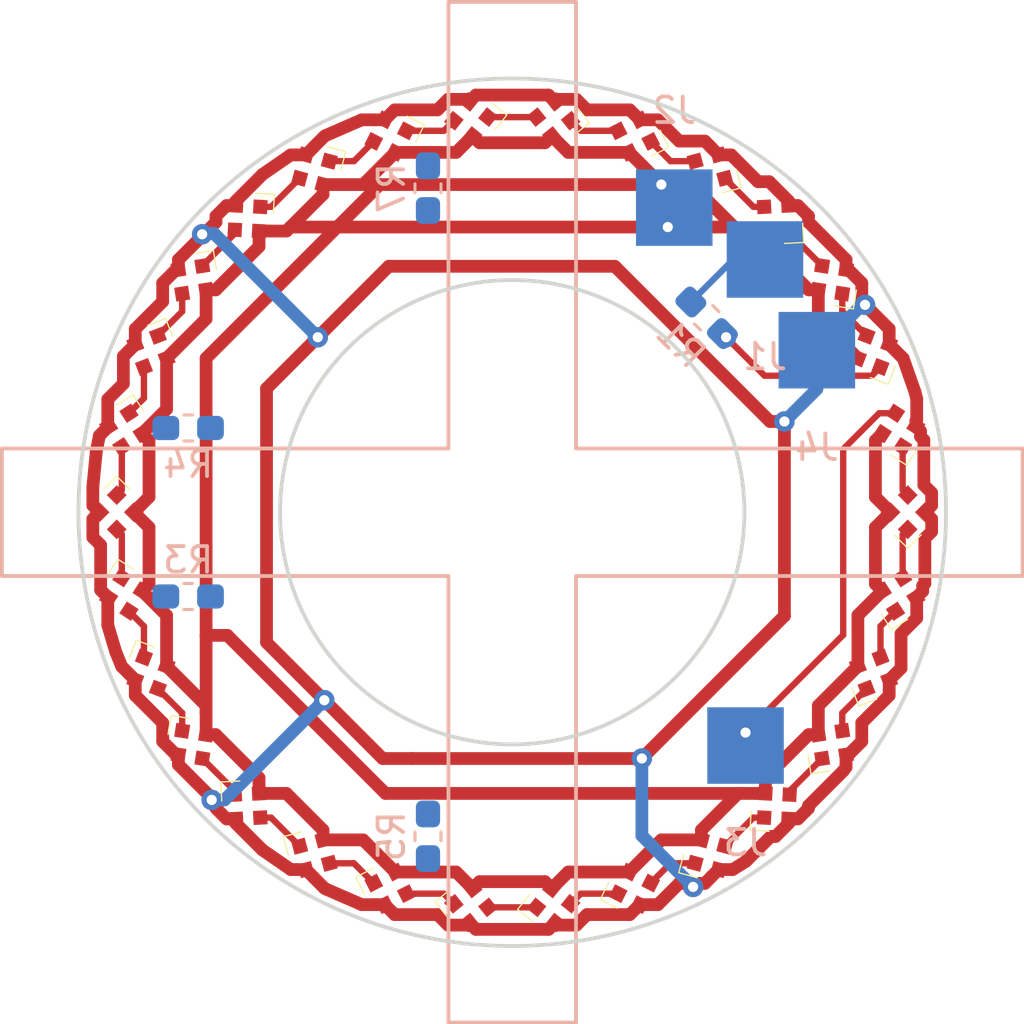
<source format=kicad_pcb>
(kicad_pcb (version 20171130) (host pcbnew 5.0.2-bee76a0~70~ubuntu18.04.1)

  (general
    (thickness 1.6)
    (drawings 14)
    (tracks 368)
    (zones 0)
    (modules 39)
    (nets 43)
  )

  (page A4)
  (layers
    (0 F.Cu signal)
    (31 B.Cu signal)
    (32 B.Adhes user)
    (33 F.Adhes user)
    (34 B.Paste user)
    (35 F.Paste user)
    (36 B.SilkS user)
    (37 F.SilkS user)
    (38 B.Mask user)
    (39 F.Mask user)
    (40 Dwgs.User user)
    (41 Cmts.User user)
    (42 Eco1.User user)
    (43 Eco2.User user)
    (44 Edge.Cuts user)
    (45 Margin user)
    (46 B.CrtYd user)
    (47 F.CrtYd user)
    (48 B.Fab user)
    (49 F.Fab user)
  )

  (setup
    (last_trace_width 0.25)
    (trace_clearance 0.2)
    (zone_clearance 0.508)
    (zone_45_only no)
    (trace_min 0.2)
    (segment_width 0.2)
    (edge_width 0.15)
    (via_size 0.8)
    (via_drill 0.4)
    (via_min_size 0.4)
    (via_min_drill 0.3)
    (uvia_size 0.3)
    (uvia_drill 0.1)
    (uvias_allowed no)
    (uvia_min_size 0.2)
    (uvia_min_drill 0.1)
    (pcb_text_width 0.3)
    (pcb_text_size 1.5 1.5)
    (mod_edge_width 0.15)
    (mod_text_size 1 1)
    (mod_text_width 0.15)
    (pad_size 3 3)
    (pad_drill 0)
    (pad_to_mask_clearance 0.051)
    (solder_mask_min_width 0.25)
    (aux_axis_origin 0 0)
    (grid_origin 38.1 38.1)
    (visible_elements FFFFFF7F)
    (pcbplotparams
      (layerselection 0x010fc_ffffffff)
      (usegerberextensions false)
      (usegerberattributes false)
      (usegerberadvancedattributes false)
      (creategerberjobfile false)
      (excludeedgelayer true)
      (linewidth 0.100000)
      (plotframeref false)
      (viasonmask false)
      (mode 1)
      (useauxorigin false)
      (hpglpennumber 1)
      (hpglpenspeed 20)
      (hpglpendiameter 15.000000)
      (psnegative false)
      (psa4output false)
      (plotreference true)
      (plotvalue true)
      (plotinvisibletext false)
      (padsonsilk false)
      (subtractmaskfromsilk false)
      (outputformat 1)
      (mirror false)
      (drillshape 1)
      (scaleselection 1)
      (outputdirectory ""))
  )

  (net 0 "")
  (net 1 "Net-(D1-Pad2)")
  (net 2 "Net-(D1-Pad1)")
  (net 3 "Net-(D1-Pad3)")
  (net 4 "Net-(D1-Pad4)")
  (net 5 "Net-(D2-Pad1)")
  (net 6 "Net-(D2-Pad3)")
  (net 7 "Net-(D3-Pad1)")
  (net 8 "Net-(D29-Pad1)")
  (net 9 "Net-(D4-Pad1)")
  (net 10 "Net-(D5-Pad1)")
  (net 11 "Net-(D6-Pad1)")
  (net 12 "Net-(D10-Pad3)")
  (net 13 "Net-(D11-Pad3)")
  (net 14 "Net-(D12-Pad3)")
  (net 15 "Net-(D10-Pad1)")
  (net 16 "Net-(D11-Pad1)")
  (net 17 "Net-(D12-Pad1)")
  (net 18 "Net-(D13-Pad1)")
  (net 19 "Net-(D14-Pad1)")
  (net 20 "Net-(D15-Pad1)")
  (net 21 "Net-(D16-Pad1)")
  (net 22 "Net-(D17-Pad1)")
  (net 23 "Net-(D18-Pad1)")
  (net 24 "Net-(D19-Pad1)")
  (net 25 "Net-(D20-Pad1)")
  (net 26 "Net-(D21-Pad1)")
  (net 27 "Net-(D22-Pad1)")
  (net 28 "Net-(D23-Pad1)")
  (net 29 "Net-(D24-Pad1)")
  (net 30 "Net-(D25-Pad1)")
  (net 31 "Net-(D26-Pad1)")
  (net 32 "Net-(D27-Pad1)")
  (net 33 "Net-(J1-Pad1)")
  (net 34 "Net-(R3-Pad1)")
  (net 35 "Net-(R3-Pad2)")
  (net 36 "Net-(R4-Pad1)")
  (net 37 "Net-(R4-Pad2)")
  (net 38 "Net-(R5-Pad2)")
  (net 39 "Net-(R5-Pad1)")
  (net 40 "Net-(R7-Pad2)")
  (net 41 "Net-(R7-Pad1)")
  (net 42 "Net-(D4-Pad3)")

  (net_class Default "This is the default net class."
    (clearance 0.2)
    (trace_width 0.25)
    (via_dia 0.8)
    (via_drill 0.4)
    (uvia_dia 0.3)
    (uvia_drill 0.1)
    (add_net "Net-(D1-Pad1)")
    (add_net "Net-(D1-Pad2)")
    (add_net "Net-(D1-Pad3)")
    (add_net "Net-(D1-Pad4)")
    (add_net "Net-(D10-Pad1)")
    (add_net "Net-(D10-Pad3)")
    (add_net "Net-(D11-Pad1)")
    (add_net "Net-(D11-Pad3)")
    (add_net "Net-(D12-Pad1)")
    (add_net "Net-(D12-Pad3)")
    (add_net "Net-(D13-Pad1)")
    (add_net "Net-(D14-Pad1)")
    (add_net "Net-(D15-Pad1)")
    (add_net "Net-(D16-Pad1)")
    (add_net "Net-(D17-Pad1)")
    (add_net "Net-(D18-Pad1)")
    (add_net "Net-(D19-Pad1)")
    (add_net "Net-(D2-Pad1)")
    (add_net "Net-(D2-Pad3)")
    (add_net "Net-(D20-Pad1)")
    (add_net "Net-(D21-Pad1)")
    (add_net "Net-(D22-Pad1)")
    (add_net "Net-(D23-Pad1)")
    (add_net "Net-(D24-Pad1)")
    (add_net "Net-(D25-Pad1)")
    (add_net "Net-(D26-Pad1)")
    (add_net "Net-(D27-Pad1)")
    (add_net "Net-(D29-Pad1)")
    (add_net "Net-(D3-Pad1)")
    (add_net "Net-(D4-Pad1)")
    (add_net "Net-(D4-Pad3)")
    (add_net "Net-(D5-Pad1)")
    (add_net "Net-(D6-Pad1)")
    (add_net "Net-(J1-Pad1)")
    (add_net "Net-(R3-Pad1)")
    (add_net "Net-(R3-Pad2)")
    (add_net "Net-(R4-Pad1)")
    (add_net "Net-(R4-Pad2)")
    (add_net "Net-(R5-Pad1)")
    (add_net "Net-(R5-Pad2)")
    (add_net "Net-(R7-Pad1)")
    (add_net "Net-(R7-Pad2)")
  )

  (module lightsaber_footprints:sk6805ec (layer F.Cu) (tedit 5E670C2C) (tstamp 5E74A3A8)
    (at 53.261 34.877 57)
    (path /5E6707C1)
    (fp_text reference D1 (at 0.25 2 57) (layer F.SilkS) hide
      (effects (font (size 1 1) (thickness 0.15)))
    )
    (fp_text value SK6805 (at 0.25 -2.25 57) (layer F.Fab)
      (effects (font (size 1 1) (thickness 0.15)))
    )
    (fp_line (start -1 0.25) (end -1 1) (layer F.SilkS) (width 0.05))
    (fp_line (start -1 1) (end -0.25 1) (layer F.SilkS) (width 0.05))
    (pad 2 smd rect (at -0.475 -0.475 57) (size 0.55 0.55) (layers F.Cu F.Paste F.Mask)
      (net 1 "Net-(D1-Pad2)"))
    (pad 1 smd rect (at 0.475 -0.475 57) (size 0.55 0.55) (layers F.Cu F.Paste F.Mask)
      (net 2 "Net-(D1-Pad1)"))
    (pad 3 smd rect (at -0.475 0.475 57) (size 0.55 0.55) (layers F.Cu F.Paste F.Mask)
      (net 3 "Net-(D1-Pad3)"))
    (pad 4 smd rect (at 0.475 0.475 57) (size 0.55 0.55) (layers F.Cu F.Paste F.Mask)
      (net 4 "Net-(D1-Pad4)"))
  )

  (module lightsaber_footprints:sk6805ec (layer F.Cu) (tedit 5E670C2C) (tstamp 5E74A3B2)
    (at 27.728 26.581 177)
    (path /5E675677)
    (fp_text reference D2 (at 0.25 2 177) (layer F.SilkS) hide
      (effects (font (size 1 1) (thickness 0.15)))
    )
    (fp_text value SK6805 (at 0.25 -2.25 177) (layer F.Fab)
      (effects (font (size 1 1) (thickness 0.15)))
    )
    (fp_line (start -1 0.25) (end -1 1) (layer F.SilkS) (width 0.05))
    (fp_line (start -1 1) (end -0.25 1) (layer F.SilkS) (width 0.05))
    (pad 2 smd rect (at -0.475 -0.475 177) (size 0.55 0.55) (layers F.Cu F.Paste F.Mask)
      (net 1 "Net-(D1-Pad2)"))
    (pad 1 smd rect (at 0.475 -0.475 177) (size 0.55 0.55) (layers F.Cu F.Paste F.Mask)
      (net 5 "Net-(D2-Pad1)"))
    (pad 3 smd rect (at -0.475 0.475 177) (size 0.55 0.55) (layers F.Cu F.Paste F.Mask)
      (net 6 "Net-(D2-Pad3)"))
    (pad 4 smd rect (at 0.475 0.475 177) (size 0.55 0.55) (layers F.Cu F.Paste F.Mask)
      (net 4 "Net-(D1-Pad4)"))
  )

  (module lightsaber_footprints:sk6805ec (layer F.Cu) (tedit 5E670C2C) (tstamp 5E74A3BC)
    (at 33.31 52.841 297)
    (path /5E67A857)
    (fp_text reference D3 (at 0.25 2 297) (layer F.SilkS) hide
      (effects (font (size 1 1) (thickness 0.15)))
    )
    (fp_text value SK6805 (at 0.25 -2.25 297) (layer F.Fab)
      (effects (font (size 1 1) (thickness 0.15)))
    )
    (fp_line (start -1 0.25) (end -1 1) (layer F.SilkS) (width 0.05))
    (fp_line (start -1 1) (end -0.25 1) (layer F.SilkS) (width 0.05))
    (pad 2 smd rect (at -0.475 -0.475001 297) (size 0.55 0.55) (layers F.Cu F.Paste F.Mask)
      (net 1 "Net-(D1-Pad2)"))
    (pad 1 smd rect (at 0.475001 -0.475 297) (size 0.55 0.55) (layers F.Cu F.Paste F.Mask)
      (net 7 "Net-(D3-Pad1)"))
    (pad 3 smd rect (at -0.475001 0.475 297) (size 0.55 0.55) (layers F.Cu F.Paste F.Mask)
      (net 8 "Net-(D29-Pad1)"))
    (pad 4 smd rect (at 0.475 0.475001 297) (size 0.55 0.55) (layers F.Cu F.Paste F.Mask)
      (net 4 "Net-(D1-Pad4)"))
  )

  (module lightsaber_footprints:sk6805ec (layer F.Cu) (tedit 5E670C2C) (tstamp 5E74A3C6)
    (at 52.26 31.796 69)
    (path /5E670991)
    (fp_text reference D4 (at 0.25 2 69) (layer F.SilkS) hide
      (effects (font (size 1 1) (thickness 0.15)))
    )
    (fp_text value SK6805 (at 0.25 -2.25 69) (layer F.Fab)
      (effects (font (size 1 1) (thickness 0.15)))
    )
    (fp_line (start -1 0.25) (end -1 1) (layer F.SilkS) (width 0.05))
    (fp_line (start -1 1) (end -0.25 1) (layer F.SilkS) (width 0.05))
    (pad 2 smd rect (at -0.475 -0.475 69) (size 0.55 0.55) (layers F.Cu F.Paste F.Mask)
      (net 1 "Net-(D1-Pad2)"))
    (pad 1 smd rect (at 0.475 -0.475 69) (size 0.55 0.55) (layers F.Cu F.Paste F.Mask)
      (net 9 "Net-(D4-Pad1)"))
    (pad 3 smd rect (at -0.475 0.475 69) (size 0.55 0.55) (layers F.Cu F.Paste F.Mask)
      (net 42 "Net-(D4-Pad3)"))
    (pad 4 smd rect (at 0.475 0.475 69) (size 0.55 0.55) (layers F.Cu F.Paste F.Mask)
      (net 4 "Net-(D1-Pad4)"))
  )

  (module lightsaber_footprints:sk6805ec (layer F.Cu) (tedit 5E670C2C) (tstamp 5E74A3D0)
    (at 25.56 28.989 189)
    (path /5E67567E)
    (fp_text reference D5 (at 0.25 2 189) (layer F.SilkS) hide
      (effects (font (size 1 1) (thickness 0.15)))
    )
    (fp_text value SK6805 (at 0.25 -2.25 189) (layer F.Fab)
      (effects (font (size 1 1) (thickness 0.15)))
    )
    (fp_line (start -1 1) (end -0.25 1) (layer F.SilkS) (width 0.05))
    (fp_line (start -1 0.25) (end -1 1) (layer F.SilkS) (width 0.05))
    (pad 4 smd rect (at 0.475 0.475 189) (size 0.55 0.55) (layers F.Cu F.Paste F.Mask)
      (net 4 "Net-(D1-Pad4)"))
    (pad 3 smd rect (at -0.475 0.475 189) (size 0.55 0.55) (layers F.Cu F.Paste F.Mask)
      (net 5 "Net-(D2-Pad1)"))
    (pad 1 smd rect (at 0.475 -0.475 189) (size 0.55 0.55) (layers F.Cu F.Paste F.Mask)
      (net 10 "Net-(D5-Pad1)"))
    (pad 2 smd rect (at -0.475 -0.475 189) (size 0.55 0.55) (layers F.Cu F.Paste F.Mask)
      (net 1 "Net-(D1-Pad2)"))
  )

  (module lightsaber_footprints:sk6805ec (layer F.Cu) (tedit 5E670C2C) (tstamp 5E74A3DA)
    (at 36.48 53.515 309)
    (path /5E67A85E)
    (fp_text reference D6 (at 0.25 2 309) (layer F.SilkS) hide
      (effects (font (size 1 1) (thickness 0.15)))
    )
    (fp_text value SK6805 (at 0.25 -2.25 309) (layer F.Fab)
      (effects (font (size 1 1) (thickness 0.15)))
    )
    (fp_line (start -1 1) (end -0.25 1) (layer F.SilkS) (width 0.05))
    (fp_line (start -1 0.25) (end -1 1) (layer F.SilkS) (width 0.05))
    (pad 4 smd rect (at 0.475 0.475 309) (size 0.55 0.55) (layers F.Cu F.Paste F.Mask)
      (net 4 "Net-(D1-Pad4)"))
    (pad 3 smd rect (at -0.475 0.475 309) (size 0.55 0.55) (layers F.Cu F.Paste F.Mask)
      (net 7 "Net-(D3-Pad1)"))
    (pad 1 smd rect (at 0.475 -0.475 309) (size 0.55 0.55) (layers F.Cu F.Paste F.Mask)
      (net 11 "Net-(D6-Pad1)"))
    (pad 2 smd rect (at -0.475 -0.475 309) (size 0.55 0.55) (layers F.Cu F.Paste F.Mask)
      (net 1 "Net-(D1-Pad2)"))
  )

  (module lightsaber_footprints:sk6805ec (layer F.Cu) (tedit 5E670C2C) (tstamp 5E74A3E4)
    (at 50.64 28.989 81)
    (path /5E670AE6)
    (fp_text reference D7 (at 0.25 2 81) (layer F.SilkS) hide
      (effects (font (size 1 1) (thickness 0.15)))
    )
    (fp_text value SK6805 (at 0.25 -2.25 81) (layer F.Fab)
      (effects (font (size 1 1) (thickness 0.15)))
    )
    (fp_line (start -1 1) (end -0.25 1) (layer F.SilkS) (width 0.05))
    (fp_line (start -1 0.25) (end -1 1) (layer F.SilkS) (width 0.05))
    (pad 4 smd rect (at 0.475 0.475 81) (size 0.55 0.55) (layers F.Cu F.Paste F.Mask)
      (net 4 "Net-(D1-Pad4)"))
    (pad 3 smd rect (at -0.475 0.475 81) (size 0.55 0.55) (layers F.Cu F.Paste F.Mask)
      (net 9 "Net-(D4-Pad1)"))
    (pad 1 smd rect (at 0.475 -0.475 81) (size 0.55 0.55) (layers F.Cu F.Paste F.Mask)
      (net 12 "Net-(D10-Pad3)"))
    (pad 2 smd rect (at -0.475 -0.475 81) (size 0.55 0.55) (layers F.Cu F.Paste F.Mask)
      (net 1 "Net-(D1-Pad2)"))
  )

  (module lightsaber_footprints:sk6805ec (layer F.Cu) (tedit 5E670C2C) (tstamp 5E74A3EE)
    (at 23.94 31.796 201)
    (path /5E67568C)
    (fp_text reference D8 (at 0.25 2 201) (layer F.SilkS) hide
      (effects (font (size 1 1) (thickness 0.15)))
    )
    (fp_text value SK6805 (at 0.25 -2.25 201) (layer F.Fab)
      (effects (font (size 1 1) (thickness 0.15)))
    )
    (fp_line (start -1 0.25) (end -1 1) (layer F.SilkS) (width 0.05))
    (fp_line (start -1 1) (end -0.25 1) (layer F.SilkS) (width 0.05))
    (pad 2 smd rect (at -0.475 -0.475 201) (size 0.55 0.55) (layers F.Cu F.Paste F.Mask)
      (net 1 "Net-(D1-Pad2)"))
    (pad 1 smd rect (at 0.475 -0.475 201) (size 0.55 0.55) (layers F.Cu F.Paste F.Mask)
      (net 13 "Net-(D11-Pad3)"))
    (pad 3 smd rect (at -0.475 0.475 201) (size 0.55 0.55) (layers F.Cu F.Paste F.Mask)
      (net 10 "Net-(D5-Pad1)"))
    (pad 4 smd rect (at 0.475 0.475 201) (size 0.55 0.55) (layers F.Cu F.Paste F.Mask)
      (net 4 "Net-(D1-Pad4)"))
  )

  (module lightsaber_footprints:sk6805ec (layer F.Cu) (tedit 5E670C2C) (tstamp 5E74A3F8)
    (at 39.72 53.515 321)
    (path /5E67A86C)
    (fp_text reference D9 (at 0.25 2 321) (layer F.SilkS) hide
      (effects (font (size 1 1) (thickness 0.15)))
    )
    (fp_text value SK6805 (at 0.25 -2.25 321) (layer F.Fab)
      (effects (font (size 1 1) (thickness 0.15)))
    )
    (fp_line (start -1 0.25) (end -1 1) (layer F.SilkS) (width 0.05))
    (fp_line (start -1 1) (end -0.25 1) (layer F.SilkS) (width 0.05))
    (pad 2 smd rect (at -0.475 -0.475 321) (size 0.55 0.55) (layers F.Cu F.Paste F.Mask)
      (net 1 "Net-(D1-Pad2)"))
    (pad 1 smd rect (at 0.475 -0.475 321) (size 0.55 0.55) (layers F.Cu F.Paste F.Mask)
      (net 14 "Net-(D12-Pad3)"))
    (pad 3 smd rect (at -0.475 0.475 321) (size 0.55 0.55) (layers F.Cu F.Paste F.Mask)
      (net 11 "Net-(D6-Pad1)"))
    (pad 4 smd rect (at 0.475 0.475 321) (size 0.55 0.55) (layers F.Cu F.Paste F.Mask)
      (net 4 "Net-(D1-Pad4)"))
  )

  (module lightsaber_footprints:sk6805ec (layer F.Cu) (tedit 5E670C2C) (tstamp 5E74A402)
    (at 48.472 26.581 93)
    (path /5E670AED)
    (fp_text reference D10 (at 0.25 2 93) (layer F.SilkS) hide
      (effects (font (size 1 1) (thickness 0.15)))
    )
    (fp_text value SK6805 (at 0.25 -2.25 93) (layer F.Fab)
      (effects (font (size 1 1) (thickness 0.15)))
    )
    (fp_line (start -1 0.25) (end -1 1) (layer F.SilkS) (width 0.05))
    (fp_line (start -1 1) (end -0.25 1) (layer F.SilkS) (width 0.05))
    (pad 2 smd rect (at -0.475 -0.475 93) (size 0.55 0.55) (layers F.Cu F.Paste F.Mask)
      (net 1 "Net-(D1-Pad2)"))
    (pad 1 smd rect (at 0.475 -0.475 93) (size 0.55 0.55) (layers F.Cu F.Paste F.Mask)
      (net 15 "Net-(D10-Pad1)"))
    (pad 3 smd rect (at -0.475 0.475 93) (size 0.55 0.55) (layers F.Cu F.Paste F.Mask)
      (net 12 "Net-(D10-Pad3)"))
    (pad 4 smd rect (at 0.475 0.475 93) (size 0.55 0.55) (layers F.Cu F.Paste F.Mask)
      (net 4 "Net-(D1-Pad4)"))
  )

  (module lightsaber_footprints:sk6805ec (layer F.Cu) (tedit 5E670C2C) (tstamp 5E74AFC3)
    (at 22.939 34.877 213)
    (path /5E675693)
    (fp_text reference D11 (at 0.25 2 213) (layer F.SilkS) hide
      (effects (font (size 1 1) (thickness 0.15)))
    )
    (fp_text value SK6805 (at 0.25 -2.25 213) (layer F.Fab)
      (effects (font (size 1 1) (thickness 0.15)))
    )
    (fp_line (start -1.000001 1) (end -0.25 1) (layer F.SilkS) (width 0.05))
    (fp_line (start -1 0.25) (end -1.000001 1) (layer F.SilkS) (width 0.05))
    (pad 4 smd rect (at 0.475 0.475 213) (size 0.55 0.55) (layers F.Cu F.Paste F.Mask)
      (net 4 "Net-(D1-Pad4)"))
    (pad 3 smd rect (at -0.475 0.475 213) (size 0.55 0.55) (layers F.Cu F.Paste F.Mask)
      (net 13 "Net-(D11-Pad3)"))
    (pad 1 smd rect (at 0.475 -0.475 213) (size 0.55 0.55) (layers F.Cu F.Paste F.Mask)
      (net 16 "Net-(D11-Pad1)"))
    (pad 2 smd rect (at -0.475 -0.475 213) (size 0.55 0.55) (layers F.Cu F.Paste F.Mask)
      (net 1 "Net-(D1-Pad2)"))
  )

  (module lightsaber_footprints:sk6805ec (layer F.Cu) (tedit 5E670C2C) (tstamp 5E74A416)
    (at 42.89 52.841 333)
    (path /5E67A873)
    (fp_text reference D12 (at 0.25 2 333) (layer F.SilkS) hide
      (effects (font (size 1 1) (thickness 0.15)))
    )
    (fp_text value SK6805 (at 0.25 -2.25 333) (layer F.Fab)
      (effects (font (size 1 1) (thickness 0.15)))
    )
    (fp_line (start -1 1) (end -0.25 1) (layer F.SilkS) (width 0.05))
    (fp_line (start -1 0.25) (end -1 1) (layer F.SilkS) (width 0.05))
    (pad 4 smd rect (at 0.475001 0.475 333) (size 0.55 0.55) (layers F.Cu F.Paste F.Mask)
      (net 4 "Net-(D1-Pad4)"))
    (pad 3 smd rect (at -0.475 0.475001 333) (size 0.55 0.55) (layers F.Cu F.Paste F.Mask)
      (net 14 "Net-(D12-Pad3)"))
    (pad 1 smd rect (at 0.475 -0.475001 333) (size 0.55 0.55) (layers F.Cu F.Paste F.Mask)
      (net 17 "Net-(D12-Pad1)"))
    (pad 2 smd rect (at -0.475001 -0.475 333) (size 0.55 0.55) (layers F.Cu F.Paste F.Mask)
      (net 1 "Net-(D1-Pad2)"))
  )

  (module lightsaber_footprints:sk6805ec (layer F.Cu) (tedit 5E670C2C) (tstamp 5E74A420)
    (at 45.85 24.677 105)
    (path /5E671707)
    (fp_text reference D13 (at 0.25 2 105) (layer F.SilkS) hide
      (effects (font (size 1 1) (thickness 0.15)))
    )
    (fp_text value SK6805 (at 0.25 -2.25 105) (layer F.Fab)
      (effects (font (size 1 1) (thickness 0.15)))
    )
    (fp_line (start -1 1) (end -0.25 1) (layer F.SilkS) (width 0.05))
    (fp_line (start -1 0.25) (end -1 1) (layer F.SilkS) (width 0.05))
    (pad 4 smd rect (at 0.475 0.475 105) (size 0.55 0.55) (layers F.Cu F.Paste F.Mask)
      (net 4 "Net-(D1-Pad4)"))
    (pad 3 smd rect (at -0.475 0.475 105) (size 0.55 0.55) (layers F.Cu F.Paste F.Mask)
      (net 15 "Net-(D10-Pad1)"))
    (pad 1 smd rect (at 0.475 -0.475 105) (size 0.55 0.55) (layers F.Cu F.Paste F.Mask)
      (net 18 "Net-(D13-Pad1)"))
    (pad 2 smd rect (at -0.475 -0.475 105) (size 0.55 0.55) (layers F.Cu F.Paste F.Mask)
      (net 1 "Net-(D1-Pad2)"))
  )

  (module lightsaber_footprints:sk6805ec (layer F.Cu) (tedit 5E670C2C) (tstamp 5E74A42A)
    (at 22.6 38.1 225)
    (path /5E6756A8)
    (fp_text reference D14 (at 0.25 2 225) (layer F.SilkS) hide
      (effects (font (size 1 1) (thickness 0.15)))
    )
    (fp_text value SK6805 (at 0.25 -2.25 225) (layer F.Fab)
      (effects (font (size 1 1) (thickness 0.15)))
    )
    (fp_line (start -1 1) (end -0.25 1) (layer F.SilkS) (width 0.05))
    (fp_line (start -1 0.25) (end -1 1) (layer F.SilkS) (width 0.05))
    (pad 4 smd rect (at 0.475 0.475 225) (size 0.55 0.55) (layers F.Cu F.Paste F.Mask)
      (net 4 "Net-(D1-Pad4)"))
    (pad 3 smd rect (at -0.475 0.475 225) (size 0.55 0.55) (layers F.Cu F.Paste F.Mask)
      (net 16 "Net-(D11-Pad1)"))
    (pad 1 smd rect (at 0.475 -0.475 225) (size 0.55 0.55) (layers F.Cu F.Paste F.Mask)
      (net 19 "Net-(D14-Pad1)"))
    (pad 2 smd rect (at -0.475 -0.475 225) (size 0.55 0.55) (layers F.Cu F.Paste F.Mask)
      (net 1 "Net-(D1-Pad2)"))
  )

  (module lightsaber_footprints:sk6805ec (layer F.Cu) (tedit 5E670C2C) (tstamp 5E74A434)
    (at 45.85 51.523 345)
    (path /5E67A888)
    (fp_text reference D15 (at 0.25 2 345) (layer F.SilkS) hide
      (effects (font (size 1 1) (thickness 0.15)))
    )
    (fp_text value SK6805 (at 0.25 -2.25 345) (layer F.Fab)
      (effects (font (size 1 1) (thickness 0.15)))
    )
    (fp_line (start -1 0.25) (end -1 1) (layer F.SilkS) (width 0.05))
    (fp_line (start -1 1) (end -0.25 1) (layer F.SilkS) (width 0.05))
    (pad 2 smd rect (at -0.475 -0.475 345) (size 0.55 0.55) (layers F.Cu F.Paste F.Mask)
      (net 1 "Net-(D1-Pad2)"))
    (pad 1 smd rect (at 0.475 -0.475 345) (size 0.55 0.55) (layers F.Cu F.Paste F.Mask)
      (net 20 "Net-(D15-Pad1)"))
    (pad 3 smd rect (at -0.475 0.475 345) (size 0.55 0.55) (layers F.Cu F.Paste F.Mask)
      (net 17 "Net-(D12-Pad1)"))
    (pad 4 smd rect (at 0.475 0.475 345) (size 0.55 0.55) (layers F.Cu F.Paste F.Mask)
      (net 4 "Net-(D1-Pad4)"))
  )

  (module lightsaber_footprints:sk6805ec (layer F.Cu) (tedit 5E670C2C) (tstamp 5E74A43E)
    (at 42.89 23.359 117)
    (path /5E673153)
    (fp_text reference D16 (at 0.25 2 117) (layer F.SilkS) hide
      (effects (font (size 1 1) (thickness 0.15)))
    )
    (fp_text value SK6805 (at 0.25 -2.25 117) (layer F.Fab)
      (effects (font (size 1 1) (thickness 0.15)))
    )
    (fp_line (start -1 0.25) (end -1 1) (layer F.SilkS) (width 0.05))
    (fp_line (start -1 1) (end -0.25 1) (layer F.SilkS) (width 0.05))
    (pad 2 smd rect (at -0.475 -0.475001 117) (size 0.55 0.55) (layers F.Cu F.Paste F.Mask)
      (net 1 "Net-(D1-Pad2)"))
    (pad 1 smd rect (at 0.475001 -0.475 117) (size 0.55 0.55) (layers F.Cu F.Paste F.Mask)
      (net 21 "Net-(D16-Pad1)"))
    (pad 3 smd rect (at -0.475001 0.475 117) (size 0.55 0.55) (layers F.Cu F.Paste F.Mask)
      (net 18 "Net-(D13-Pad1)"))
    (pad 4 smd rect (at 0.475 0.475001 117) (size 0.55 0.55) (layers F.Cu F.Paste F.Mask)
      (net 4 "Net-(D1-Pad4)"))
  )

  (module lightsaber_footprints:sk6805ec (layer F.Cu) (tedit 5E670C2C) (tstamp 5E74A448)
    (at 22.939 41.323 237)
    (path /5E6756B6)
    (fp_text reference D17 (at 0.25 2 237) (layer F.SilkS) hide
      (effects (font (size 1 1) (thickness 0.15)))
    )
    (fp_text value SK6805 (at 0.25 -2.25 237) (layer F.Fab)
      (effects (font (size 1 1) (thickness 0.15)))
    )
    (fp_line (start -1 0.25) (end -1 1) (layer F.SilkS) (width 0.05))
    (fp_line (start -1 1) (end -0.25 1) (layer F.SilkS) (width 0.05))
    (pad 2 smd rect (at -0.475 -0.475 237) (size 0.55 0.55) (layers F.Cu F.Paste F.Mask)
      (net 1 "Net-(D1-Pad2)"))
    (pad 1 smd rect (at 0.475 -0.475 237) (size 0.55 0.55) (layers F.Cu F.Paste F.Mask)
      (net 22 "Net-(D17-Pad1)"))
    (pad 3 smd rect (at -0.475 0.475 237) (size 0.55 0.55) (layers F.Cu F.Paste F.Mask)
      (net 19 "Net-(D14-Pad1)"))
    (pad 4 smd rect (at 0.475 0.475 237) (size 0.55 0.55) (layers F.Cu F.Paste F.Mask)
      (net 4 "Net-(D1-Pad4)"))
  )

  (module lightsaber_footprints:sk6805ec (layer F.Cu) (tedit 5E670C2C) (tstamp 5E74A452)
    (at 48.472 49.619 357)
    (path /5E67A896)
    (fp_text reference D18 (at 0.25 2 357) (layer F.SilkS) hide
      (effects (font (size 1 1) (thickness 0.15)))
    )
    (fp_text value SK6805 (at 0.25 -2.25 357) (layer F.Fab)
      (effects (font (size 1 1) (thickness 0.15)))
    )
    (fp_line (start -1 1) (end -0.25 1) (layer F.SilkS) (width 0.05))
    (fp_line (start -1 0.25) (end -1 1) (layer F.SilkS) (width 0.05))
    (pad 4 smd rect (at 0.475 0.475 357) (size 0.55 0.55) (layers F.Cu F.Paste F.Mask)
      (net 4 "Net-(D1-Pad4)"))
    (pad 3 smd rect (at -0.475 0.475 357) (size 0.55 0.55) (layers F.Cu F.Paste F.Mask)
      (net 20 "Net-(D15-Pad1)"))
    (pad 1 smd rect (at 0.475 -0.475 357) (size 0.55 0.55) (layers F.Cu F.Paste F.Mask)
      (net 23 "Net-(D18-Pad1)"))
    (pad 2 smd rect (at -0.475 -0.475 357) (size 0.55 0.55) (layers F.Cu F.Paste F.Mask)
      (net 1 "Net-(D1-Pad2)"))
  )

  (module lightsaber_footprints:sk6805ec (layer F.Cu) (tedit 5E670C2C) (tstamp 5E74A45C)
    (at 39.72 22.685 129)
    (path /5E67315A)
    (fp_text reference D19 (at 0.25 2 129) (layer F.SilkS) hide
      (effects (font (size 1 1) (thickness 0.15)))
    )
    (fp_text value SK6805 (at 0.25 -2.25 129) (layer F.Fab)
      (effects (font (size 1 1) (thickness 0.15)))
    )
    (fp_line (start -1 1) (end -0.25 1) (layer F.SilkS) (width 0.05))
    (fp_line (start -1 0.25) (end -1 1) (layer F.SilkS) (width 0.05))
    (pad 4 smd rect (at 0.475 0.475 129) (size 0.55 0.55) (layers F.Cu F.Paste F.Mask)
      (net 4 "Net-(D1-Pad4)"))
    (pad 3 smd rect (at -0.475 0.475 129) (size 0.55 0.55) (layers F.Cu F.Paste F.Mask)
      (net 21 "Net-(D16-Pad1)"))
    (pad 1 smd rect (at 0.475 -0.475 129) (size 0.55 0.55) (layers F.Cu F.Paste F.Mask)
      (net 24 "Net-(D19-Pad1)"))
    (pad 2 smd rect (at -0.475 -0.475 129) (size 0.55 0.55) (layers F.Cu F.Paste F.Mask)
      (net 1 "Net-(D1-Pad2)"))
  )

  (module lightsaber_footprints:sk6805ec (layer F.Cu) (tedit 5E670C2C) (tstamp 5E74A466)
    (at 23.94 44.404 249)
    (path /5E6756BD)
    (fp_text reference D20 (at 0.25 2 249) (layer F.SilkS) hide
      (effects (font (size 1 1) (thickness 0.15)))
    )
    (fp_text value SK6805 (at 0.25 -2.25 249) (layer F.Fab)
      (effects (font (size 1 1) (thickness 0.15)))
    )
    (fp_line (start -1 0.25) (end -1 1) (layer F.SilkS) (width 0.05))
    (fp_line (start -1 1) (end -0.25 1) (layer F.SilkS) (width 0.05))
    (pad 2 smd rect (at -0.475 -0.475 249) (size 0.55 0.55) (layers F.Cu F.Paste F.Mask)
      (net 1 "Net-(D1-Pad2)"))
    (pad 1 smd rect (at 0.475 -0.475 249) (size 0.55 0.55) (layers F.Cu F.Paste F.Mask)
      (net 25 "Net-(D20-Pad1)"))
    (pad 3 smd rect (at -0.475 0.475 249) (size 0.55 0.55) (layers F.Cu F.Paste F.Mask)
      (net 22 "Net-(D17-Pad1)"))
    (pad 4 smd rect (at 0.475 0.475 249) (size 0.55 0.55) (layers F.Cu F.Paste F.Mask)
      (net 4 "Net-(D1-Pad4)"))
  )

  (module lightsaber_footprints:sk6805ec (layer F.Cu) (tedit 5E670C2C) (tstamp 5E74AD7F)
    (at 50.64 47.211 9)
    (path /5E67A89D)
    (fp_text reference D21 (at 0.25 2 9) (layer F.SilkS) hide
      (effects (font (size 1 1) (thickness 0.15)))
    )
    (fp_text value SK6805 (at 0.25 -2.25 9) (layer F.Fab)
      (effects (font (size 1 1) (thickness 0.15)))
    )
    (fp_line (start -1 0.25) (end -1 1) (layer F.SilkS) (width 0.05))
    (fp_line (start -1 1) (end -0.25 1) (layer F.SilkS) (width 0.05))
    (pad 2 smd rect (at -0.475 -0.475 9) (size 0.55 0.55) (layers F.Cu F.Paste F.Mask)
      (net 1 "Net-(D1-Pad2)"))
    (pad 1 smd rect (at 0.475 -0.475 9) (size 0.55 0.55) (layers F.Cu F.Paste F.Mask)
      (net 26 "Net-(D21-Pad1)"))
    (pad 3 smd rect (at -0.475 0.475 9) (size 0.55 0.55) (layers F.Cu F.Paste F.Mask)
      (net 23 "Net-(D18-Pad1)"))
    (pad 4 smd rect (at 0.475 0.475 9) (size 0.55 0.55) (layers F.Cu F.Paste F.Mask)
      (net 4 "Net-(D1-Pad4)"))
  )

  (module lightsaber_footprints:sk6805ec (layer F.Cu) (tedit 5E670C2C) (tstamp 5E74A47A)
    (at 36.48 22.685 141)
    (path /5E673168)
    (fp_text reference D22 (at 0.25 2 141) (layer F.SilkS) hide
      (effects (font (size 1 1) (thickness 0.15)))
    )
    (fp_text value SK6805 (at 0.25 -2.25 141) (layer F.Fab)
      (effects (font (size 1 1) (thickness 0.15)))
    )
    (fp_line (start -1 0.25) (end -1 1) (layer F.SilkS) (width 0.05))
    (fp_line (start -1 1) (end -0.25 1) (layer F.SilkS) (width 0.05))
    (pad 2 smd rect (at -0.475 -0.475 141) (size 0.55 0.55) (layers F.Cu F.Paste F.Mask)
      (net 1 "Net-(D1-Pad2)"))
    (pad 1 smd rect (at 0.475 -0.475 141) (size 0.55 0.55) (layers F.Cu F.Paste F.Mask)
      (net 27 "Net-(D22-Pad1)"))
    (pad 3 smd rect (at -0.475 0.475 141) (size 0.55 0.55) (layers F.Cu F.Paste F.Mask)
      (net 24 "Net-(D19-Pad1)"))
    (pad 4 smd rect (at 0.475 0.475 141) (size 0.55 0.55) (layers F.Cu F.Paste F.Mask)
      (net 4 "Net-(D1-Pad4)"))
  )

  (module lightsaber_footprints:sk6805ec (layer F.Cu) (tedit 5E670C2C) (tstamp 5E74A484)
    (at 25.56 47.211 261)
    (path /5E6756CB)
    (fp_text reference D23 (at 0.25 2 261) (layer F.SilkS) hide
      (effects (font (size 1 1) (thickness 0.15)))
    )
    (fp_text value SK6805 (at 0.25 -2.25 261) (layer F.Fab)
      (effects (font (size 1 1) (thickness 0.15)))
    )
    (fp_line (start -1 1) (end -0.25 1) (layer F.SilkS) (width 0.05))
    (fp_line (start -1 0.25) (end -1 1) (layer F.SilkS) (width 0.05))
    (pad 4 smd rect (at 0.475 0.475 261) (size 0.55 0.55) (layers F.Cu F.Paste F.Mask)
      (net 4 "Net-(D1-Pad4)"))
    (pad 3 smd rect (at -0.475 0.475 261) (size 0.55 0.55) (layers F.Cu F.Paste F.Mask)
      (net 25 "Net-(D20-Pad1)"))
    (pad 1 smd rect (at 0.475 -0.475 261) (size 0.55 0.55) (layers F.Cu F.Paste F.Mask)
      (net 28 "Net-(D23-Pad1)"))
    (pad 2 smd rect (at -0.475 -0.475 261) (size 0.55 0.55) (layers F.Cu F.Paste F.Mask)
      (net 1 "Net-(D1-Pad2)"))
  )

  (module lightsaber_footprints:sk6805ec (layer F.Cu) (tedit 5E670C2C) (tstamp 5E74A48E)
    (at 52.26 44.404 21)
    (path /5E67A8AB)
    (fp_text reference D24 (at 0.25 2 21) (layer F.SilkS) hide
      (effects (font (size 1 1) (thickness 0.15)))
    )
    (fp_text value SK6805 (at 0.25 -2.25 21) (layer F.Fab)
      (effects (font (size 1 1) (thickness 0.15)))
    )
    (fp_line (start -1 1) (end -0.25 1) (layer F.SilkS) (width 0.05))
    (fp_line (start -1 0.25) (end -1 1) (layer F.SilkS) (width 0.05))
    (pad 4 smd rect (at 0.475 0.475 21) (size 0.55 0.55) (layers F.Cu F.Paste F.Mask)
      (net 4 "Net-(D1-Pad4)"))
    (pad 3 smd rect (at -0.475 0.475 21) (size 0.55 0.55) (layers F.Cu F.Paste F.Mask)
      (net 26 "Net-(D21-Pad1)"))
    (pad 1 smd rect (at 0.475 -0.475 21) (size 0.55 0.55) (layers F.Cu F.Paste F.Mask)
      (net 29 "Net-(D24-Pad1)"))
    (pad 2 smd rect (at -0.475 -0.475 21) (size 0.55 0.55) (layers F.Cu F.Paste F.Mask)
      (net 1 "Net-(D1-Pad2)"))
  )

  (module lightsaber_footprints:sk6805ec (layer F.Cu) (tedit 5E670C2C) (tstamp 5E74A498)
    (at 33.31 23.359 153)
    (path /5E67316F)
    (fp_text reference D25 (at 0.25 2 153) (layer F.SilkS) hide
      (effects (font (size 1 1) (thickness 0.15)))
    )
    (fp_text value SK6805 (at 0.25 -2.25 153) (layer F.Fab)
      (effects (font (size 1 1) (thickness 0.15)))
    )
    (fp_line (start -1 1) (end -0.25 1) (layer F.SilkS) (width 0.05))
    (fp_line (start -1 0.25) (end -1 1) (layer F.SilkS) (width 0.05))
    (pad 4 smd rect (at 0.475001 0.475 153) (size 0.55 0.55) (layers F.Cu F.Paste F.Mask)
      (net 4 "Net-(D1-Pad4)"))
    (pad 3 smd rect (at -0.475 0.475001 153) (size 0.55 0.55) (layers F.Cu F.Paste F.Mask)
      (net 27 "Net-(D22-Pad1)"))
    (pad 1 smd rect (at 0.475 -0.475001 153) (size 0.55 0.55) (layers F.Cu F.Paste F.Mask)
      (net 30 "Net-(D25-Pad1)"))
    (pad 2 smd rect (at -0.475001 -0.475 153) (size 0.55 0.55) (layers F.Cu F.Paste F.Mask)
      (net 1 "Net-(D1-Pad2)"))
  )

  (module lightsaber_footprints:sk6805ec (layer F.Cu) (tedit 5E670C2C) (tstamp 5E74A4A2)
    (at 27.728 49.619 273)
    (path /5E6756D2)
    (fp_text reference D26 (at 0.25 2 273) (layer F.SilkS) hide
      (effects (font (size 1 1) (thickness 0.15)))
    )
    (fp_text value SK6805 (at 0.25 -2.25 273) (layer F.Fab)
      (effects (font (size 1 1) (thickness 0.15)))
    )
    (fp_line (start -1 0.25) (end -1 1) (layer F.SilkS) (width 0.05))
    (fp_line (start -1 1) (end -0.25 1) (layer F.SilkS) (width 0.05))
    (pad 2 smd rect (at -0.475 -0.475 273) (size 0.55 0.55) (layers F.Cu F.Paste F.Mask)
      (net 1 "Net-(D1-Pad2)"))
    (pad 1 smd rect (at 0.475 -0.475 273) (size 0.55 0.55) (layers F.Cu F.Paste F.Mask)
      (net 31 "Net-(D26-Pad1)"))
    (pad 3 smd rect (at -0.475 0.475 273) (size 0.55 0.55) (layers F.Cu F.Paste F.Mask)
      (net 28 "Net-(D23-Pad1)"))
    (pad 4 smd rect (at 0.475 0.475 273) (size 0.55 0.55) (layers F.Cu F.Paste F.Mask)
      (net 4 "Net-(D1-Pad4)"))
  )

  (module lightsaber_footprints:sk6805ec (layer F.Cu) (tedit 5E670C2C) (tstamp 5E74AD0C)
    (at 53.261 41.323 33)
    (path /5E67A8B2)
    (fp_text reference D27 (at 0.25 2 33) (layer F.SilkS) hide
      (effects (font (size 1 1) (thickness 0.15)))
    )
    (fp_text value SK6805 (at 0.25 -2.25 33) (layer F.Fab)
      (effects (font (size 1 1) (thickness 0.15)))
    )
    (fp_line (start -1.000001 0.25) (end -1.000001 1) (layer F.SilkS) (width 0.05))
    (fp_line (start -1.000001 1) (end -0.25 1) (layer F.SilkS) (width 0.05))
    (pad 2 smd rect (at -0.475 -0.475 33) (size 0.55 0.55) (layers F.Cu F.Paste F.Mask)
      (net 1 "Net-(D1-Pad2)"))
    (pad 1 smd rect (at 0.475 -0.475 33) (size 0.55 0.55) (layers F.Cu F.Paste F.Mask)
      (net 32 "Net-(D27-Pad1)"))
    (pad 3 smd rect (at -0.475 0.475 33) (size 0.55 0.55) (layers F.Cu F.Paste F.Mask)
      (net 29 "Net-(D24-Pad1)"))
    (pad 4 smd rect (at 0.475 0.475 33) (size 0.55 0.55) (layers F.Cu F.Paste F.Mask)
      (net 4 "Net-(D1-Pad4)"))
  )

  (module lightsaber_footprints:sk6805ec (layer F.Cu) (tedit 5E670C2C) (tstamp 5E74A4B6)
    (at 30.35 24.677 165)
    (path /5E673184)
    (fp_text reference D28 (at 0.25 2 165) (layer F.SilkS) hide
      (effects (font (size 1 1) (thickness 0.15)))
    )
    (fp_text value SK6805 (at 0.25 -2.25 165) (layer F.Fab)
      (effects (font (size 1 1) (thickness 0.15)))
    )
    (fp_line (start -1 1) (end -0.25 1) (layer F.SilkS) (width 0.05))
    (fp_line (start -1 0.25) (end -1 1) (layer F.SilkS) (width 0.05))
    (pad 4 smd rect (at 0.475 0.475 165) (size 0.55 0.55) (layers F.Cu F.Paste F.Mask)
      (net 4 "Net-(D1-Pad4)"))
    (pad 3 smd rect (at -0.475 0.475 165) (size 0.55 0.55) (layers F.Cu F.Paste F.Mask)
      (net 30 "Net-(D25-Pad1)"))
    (pad 1 smd rect (at 0.475 -0.475 165) (size 0.55 0.55) (layers F.Cu F.Paste F.Mask)
      (net 6 "Net-(D2-Pad3)"))
    (pad 2 smd rect (at -0.475 -0.475 165) (size 0.55 0.55) (layers F.Cu F.Paste F.Mask)
      (net 1 "Net-(D1-Pad2)"))
  )

  (module lightsaber_footprints:sk6805ec (layer F.Cu) (tedit 5E670C2C) (tstamp 5E74AE78)
    (at 30.35 51.523 285)
    (path /5E6756E7)
    (fp_text reference D29 (at 0.25 2 285) (layer F.SilkS) hide
      (effects (font (size 1 1) (thickness 0.15)))
    )
    (fp_text value SK6805 (at 0.25 -2.25 285) (layer F.Fab)
      (effects (font (size 1 1) (thickness 0.15)))
    )
    (fp_line (start -1 1) (end -0.25 1) (layer F.SilkS) (width 0.05))
    (fp_line (start -1 0.25) (end -1 1) (layer F.SilkS) (width 0.05))
    (pad 4 smd rect (at 0.475 0.475 285) (size 0.55 0.55) (layers F.Cu F.Paste F.Mask)
      (net 4 "Net-(D1-Pad4)"))
    (pad 3 smd rect (at -0.475 0.475 285) (size 0.55 0.55) (layers F.Cu F.Paste F.Mask)
      (net 31 "Net-(D26-Pad1)"))
    (pad 1 smd rect (at 0.475 -0.475 285) (size 0.55 0.55) (layers F.Cu F.Paste F.Mask)
      (net 8 "Net-(D29-Pad1)"))
    (pad 2 smd rect (at -0.475 -0.475 285) (size 0.55 0.55) (layers F.Cu F.Paste F.Mask)
      (net 1 "Net-(D1-Pad2)"))
  )

  (module lightsaber_footprints:sk6805ec (layer F.Cu) (tedit 5E670C2C) (tstamp 5E74AADB)
    (at 53.6 38.1 45)
    (path /5E67A8C7)
    (fp_text reference D30 (at 0.25 2 45) (layer F.SilkS) hide
      (effects (font (size 1 1) (thickness 0.15)))
    )
    (fp_text value SK6805 (at 0.25 -2.25 45) (layer F.Fab)
      (effects (font (size 1 1) (thickness 0.15)))
    )
    (fp_line (start -1 1) (end -0.25 1) (layer F.SilkS) (width 0.05))
    (fp_line (start -1 0.25) (end -1 1) (layer F.SilkS) (width 0.05))
    (pad 4 smd rect (at 0.475 0.475 45) (size 0.55 0.55) (layers F.Cu F.Paste F.Mask)
      (net 4 "Net-(D1-Pad4)"))
    (pad 3 smd rect (at -0.475 0.475 45) (size 0.55 0.55) (layers F.Cu F.Paste F.Mask)
      (net 32 "Net-(D27-Pad1)"))
    (pad 1 smd rect (at 0.475 -0.475 45) (size 0.55 0.55) (layers F.Cu F.Paste F.Mask)
      (net 3 "Net-(D1-Pad3)"))
    (pad 2 smd rect (at -0.475 -0.475 45) (size 0.55 0.55) (layers F.Cu F.Paste F.Mask)
      (net 1 "Net-(D1-Pad2)"))
  )

  (module Connector_Wire:SolderWirePad_1x01_SMD_5x10mm (layer B.Cu) (tedit 5E670CEC) (tstamp 5E74B3E4)
    (at 48.006 28.194)
    (descr "Wire Pad, Square, SMD Pad,  5mm x 10mm,")
    (tags "MesurementPoint Square SMDPad 5mmx10mm ")
    (path /5E6B6061)
    (attr smd virtual)
    (fp_text reference J1 (at 0 3.81) (layer B.SilkS)
      (effects (font (size 1 1) (thickness 0.15)) (justify mirror))
    )
    (fp_text value Conn_01x01 (at 0 -6.35) (layer B.Fab)
      (effects (font (size 1 1) (thickness 0.15)) (justify mirror))
    )
    (fp_text user %R (at 0 0) (layer B.Fab)
      (effects (font (size 1 1) (thickness 0.15)) (justify mirror))
    )
    (fp_line (start 2.75 5.25) (end -2.75 5.25) (layer B.CrtYd) (width 0.05))
    (fp_line (start 2.75 -5.25) (end 2.75 5.25) (layer B.CrtYd) (width 0.05))
    (fp_line (start -2.75 -5.25) (end 2.75 -5.25) (layer B.CrtYd) (width 0.05))
    (fp_line (start -2.75 5.25) (end -2.75 -5.25) (layer B.CrtYd) (width 0.05))
    (pad 1 smd rect (at 0 0) (size 3 3) (layers B.Cu B.Paste B.Mask)
      (net 33 "Net-(J1-Pad1)"))
  )

  (module Connector_Wire:SolderWirePad_1x01_SMD_5x10mm (layer B.Cu) (tedit 5E670CD1) (tstamp 5E74B5CE)
    (at 44.45 26.162 180)
    (descr "Wire Pad, Square, SMD Pad,  5mm x 10mm,")
    (tags "MesurementPoint Square SMDPad 5mmx10mm ")
    (path /5E6BC692)
    (attr smd virtual)
    (fp_text reference J2 (at 0 3.81 180) (layer B.SilkS)
      (effects (font (size 1 1) (thickness 0.15)) (justify mirror))
    )
    (fp_text value Conn_01x01 (at 0 -6.35 180) (layer B.Fab)
      (effects (font (size 1 1) (thickness 0.15)) (justify mirror))
    )
    (fp_text user %R (at 0 0 180) (layer B.Fab)
      (effects (font (size 1 1) (thickness 0.15)) (justify mirror))
    )
    (fp_line (start 2.75 5.25) (end -2.75 5.25) (layer B.CrtYd) (width 0.05))
    (fp_line (start 2.75 -5.25) (end 2.75 5.25) (layer B.CrtYd) (width 0.05))
    (fp_line (start -2.75 -5.25) (end 2.75 -5.25) (layer B.CrtYd) (width 0.05))
    (fp_line (start -2.75 5.25) (end -2.75 -5.25) (layer B.CrtYd) (width 0.05))
    (pad 1 smd rect (at 0 0 180) (size 3 3) (layers B.Cu B.Paste B.Mask)
      (net 1 "Net-(D1-Pad2)"))
  )

  (module Connector_Wire:SolderWirePad_1x01_SMD_5x10mm (layer B.Cu) (tedit 5E670CE6) (tstamp 5E74A4E8)
    (at 47.244 47.244)
    (descr "Wire Pad, Square, SMD Pad,  5mm x 10mm,")
    (tags "MesurementPoint Square SMDPad 5mmx10mm ")
    (path /5E6C28AC)
    (attr smd virtual)
    (fp_text reference J3 (at 0 3.81) (layer B.SilkS)
      (effects (font (size 1 1) (thickness 0.15)) (justify mirror))
    )
    (fp_text value Conn_01x01 (at 0 -6.35) (layer B.Fab)
      (effects (font (size 1 1) (thickness 0.15)) (justify mirror))
    )
    (fp_line (start -2.75 5.25) (end -2.75 -5.25) (layer B.CrtYd) (width 0.05))
    (fp_line (start -2.75 -5.25) (end 2.75 -5.25) (layer B.CrtYd) (width 0.05))
    (fp_line (start 2.75 -5.25) (end 2.75 5.25) (layer B.CrtYd) (width 0.05))
    (fp_line (start 2.75 5.25) (end -2.75 5.25) (layer B.CrtYd) (width 0.05))
    (fp_text user %R (at 0 0) (layer B.Fab)
      (effects (font (size 1 1) (thickness 0.15)) (justify mirror))
    )
    (pad 1 smd rect (at 0 0) (size 3 3) (layers B.Cu B.Paste B.Mask)
      (net 2 "Net-(D1-Pad1)"))
  )

  (module Connector_Wire:SolderWirePad_1x01_SMD_5x10mm (layer B.Cu) (tedit 5E670CDC) (tstamp 5E74A4F2)
    (at 50.038 31.75)
    (descr "Wire Pad, Square, SMD Pad,  5mm x 10mm,")
    (tags "MesurementPoint Square SMDPad 5mmx10mm ")
    (path /5E6B64F8)
    (attr smd virtual)
    (fp_text reference J4 (at 0 3.81) (layer B.SilkS)
      (effects (font (size 1 1) (thickness 0.15)) (justify mirror))
    )
    (fp_text value Conn_01x01 (at 0 -6.35) (layer B.Fab)
      (effects (font (size 1 1) (thickness 0.15)) (justify mirror))
    )
    (fp_line (start -2.75 5.25) (end -2.75 -5.25) (layer B.CrtYd) (width 0.05))
    (fp_line (start -2.75 -5.25) (end 2.75 -5.25) (layer B.CrtYd) (width 0.05))
    (fp_line (start 2.75 -5.25) (end 2.75 5.25) (layer B.CrtYd) (width 0.05))
    (fp_line (start 2.75 5.25) (end -2.75 5.25) (layer B.CrtYd) (width 0.05))
    (fp_text user %R (at 0 0) (layer B.Fab)
      (effects (font (size 1 1) (thickness 0.15)) (justify mirror))
    )
    (pad 1 smd rect (at 0 0) (size 3 3) (layers B.Cu B.Paste B.Mask)
      (net 4 "Net-(D1-Pad4)"))
  )

  (module Resistor_SMD:R_0603_1608Metric_Pad1.05x0.95mm_HandSolder (layer B.Cu) (tedit 5B301BBD) (tstamp 5E74B642)
    (at 45.72 30.48 315)
    (descr "Resistor SMD 0603 (1608 Metric), square (rectangular) end terminal, IPC_7351 nominal with elongated pad for handsoldering. (Body size source: http://www.tortai-tech.com/upload/download/2011102023233369053.pdf), generated with kicad-footprint-generator")
    (tags "resistor handsolder")
    (path /5E68AD4C)
    (attr smd)
    (fp_text reference R1 (at 0 1.43 315) (layer B.SilkS)
      (effects (font (size 1 1) (thickness 0.15)) (justify mirror))
    )
    (fp_text value 470 (at 0 -1.43 315) (layer B.Fab)
      (effects (font (size 1 1) (thickness 0.15)) (justify mirror))
    )
    (fp_line (start -0.8 -0.4) (end -0.8 0.4) (layer B.Fab) (width 0.1))
    (fp_line (start -0.8 0.4) (end 0.8 0.4) (layer B.Fab) (width 0.1))
    (fp_line (start 0.8 0.4) (end 0.8 -0.4) (layer B.Fab) (width 0.1))
    (fp_line (start 0.8 -0.4) (end -0.8 -0.4) (layer B.Fab) (width 0.1))
    (fp_line (start -0.171268 0.51) (end 0.171268 0.51) (layer B.SilkS) (width 0.12))
    (fp_line (start -0.171268 -0.51) (end 0.171268 -0.51) (layer B.SilkS) (width 0.12))
    (fp_line (start -1.65 -0.73) (end -1.65 0.73) (layer B.CrtYd) (width 0.05))
    (fp_line (start -1.65 0.73) (end 1.65 0.73) (layer B.CrtYd) (width 0.05))
    (fp_line (start 1.65 0.73) (end 1.65 -0.73) (layer B.CrtYd) (width 0.05))
    (fp_line (start 1.65 -0.73) (end -1.65 -0.73) (layer B.CrtYd) (width 0.05))
    (fp_text user %R (at 0 0 315) (layer B.Fab)
      (effects (font (size 0.4 0.4) (thickness 0.06)) (justify mirror))
    )
    (pad 1 smd roundrect (at -0.874999 0 315) (size 1.05 0.95) (layers B.Cu B.Paste B.Mask) (roundrect_rratio 0.25)
      (net 33 "Net-(J1-Pad1)"))
    (pad 2 smd roundrect (at 0.874999 0 315) (size 1.05 0.95) (layers B.Cu B.Paste B.Mask) (roundrect_rratio 0.25)
      (net 42 "Net-(D4-Pad3)"))
    (model ${KISYS3DMOD}/Resistor_SMD.3dshapes/R_0603_1608Metric.wrl
      (at (xyz 0 0 0))
      (scale (xyz 1 1 1))
      (rotate (xyz 0 0 0))
    )
  )

  (module Resistor_SMD:R_0603_1608Metric_Pad1.05x0.95mm_HandSolder (layer B.Cu) (tedit 5B301BBD) (tstamp 5E74A525)
    (at 25.4 41.402 180)
    (descr "Resistor SMD 0603 (1608 Metric), square (rectangular) end terminal, IPC_7351 nominal with elongated pad for handsoldering. (Body size source: http://www.tortai-tech.com/upload/download/2011102023233369053.pdf), generated with kicad-footprint-generator")
    (tags "resistor handsolder")
    (path /5E6A366D)
    (attr smd)
    (fp_text reference R3 (at 0 1.43 180) (layer B.SilkS)
      (effects (font (size 1 1) (thickness 0.15)) (justify mirror))
    )
    (fp_text value R (at 0 -1.43 180) (layer B.Fab)
      (effects (font (size 1 1) (thickness 0.15)) (justify mirror))
    )
    (fp_line (start -0.8 -0.4) (end -0.8 0.4) (layer B.Fab) (width 0.1))
    (fp_line (start -0.8 0.4) (end 0.8 0.4) (layer B.Fab) (width 0.1))
    (fp_line (start 0.8 0.4) (end 0.8 -0.4) (layer B.Fab) (width 0.1))
    (fp_line (start 0.8 -0.4) (end -0.8 -0.4) (layer B.Fab) (width 0.1))
    (fp_line (start -0.171267 0.51) (end 0.171267 0.51) (layer B.SilkS) (width 0.12))
    (fp_line (start -0.171267 -0.51) (end 0.171267 -0.51) (layer B.SilkS) (width 0.12))
    (fp_line (start -1.65 -0.73) (end -1.65 0.73) (layer B.CrtYd) (width 0.05))
    (fp_line (start -1.65 0.73) (end 1.65 0.73) (layer B.CrtYd) (width 0.05))
    (fp_line (start 1.65 0.73) (end 1.65 -0.73) (layer B.CrtYd) (width 0.05))
    (fp_line (start 1.65 -0.73) (end -1.65 -0.73) (layer B.CrtYd) (width 0.05))
    (fp_text user %R (at 0 0 180) (layer B.Fab)
      (effects (font (size 0.4 0.4) (thickness 0.06)) (justify mirror))
    )
    (pad 1 smd roundrect (at -0.875 0 180) (size 1.05 0.95) (layers B.Cu B.Paste B.Mask) (roundrect_rratio 0.25)
      (net 34 "Net-(R3-Pad1)"))
    (pad 2 smd roundrect (at 0.875 0 180) (size 1.05 0.95) (layers B.Cu B.Paste B.Mask) (roundrect_rratio 0.25)
      (net 35 "Net-(R3-Pad2)"))
    (model ${KISYS3DMOD}/Resistor_SMD.3dshapes/R_0603_1608Metric.wrl
      (at (xyz 0 0 0))
      (scale (xyz 1 1 1))
      (rotate (xyz 0 0 0))
    )
  )

  (module Resistor_SMD:R_0603_1608Metric_Pad1.05x0.95mm_HandSolder (layer B.Cu) (tedit 5B301BBD) (tstamp 5E74B277)
    (at 25.4 34.798)
    (descr "Resistor SMD 0603 (1608 Metric), square (rectangular) end terminal, IPC_7351 nominal with elongated pad for handsoldering. (Body size source: http://www.tortai-tech.com/upload/download/2011102023233369053.pdf), generated with kicad-footprint-generator")
    (tags "resistor handsolder")
    (path /5E6A9954)
    (attr smd)
    (fp_text reference R4 (at 0 1.43) (layer B.SilkS)
      (effects (font (size 1 1) (thickness 0.15)) (justify mirror))
    )
    (fp_text value R (at 0 -1.43) (layer B.Fab)
      (effects (font (size 1 1) (thickness 0.15)) (justify mirror))
    )
    (fp_line (start -0.8 -0.4) (end -0.8 0.4) (layer B.Fab) (width 0.1))
    (fp_line (start -0.8 0.4) (end 0.8 0.4) (layer B.Fab) (width 0.1))
    (fp_line (start 0.8 0.4) (end 0.8 -0.4) (layer B.Fab) (width 0.1))
    (fp_line (start 0.8 -0.4) (end -0.8 -0.4) (layer B.Fab) (width 0.1))
    (fp_line (start -0.171267 0.51) (end 0.171267 0.51) (layer B.SilkS) (width 0.12))
    (fp_line (start -0.171267 -0.51) (end 0.171267 -0.51) (layer B.SilkS) (width 0.12))
    (fp_line (start -1.65 -0.73) (end -1.65 0.73) (layer B.CrtYd) (width 0.05))
    (fp_line (start -1.65 0.73) (end 1.65 0.73) (layer B.CrtYd) (width 0.05))
    (fp_line (start 1.65 0.73) (end 1.65 -0.73) (layer B.CrtYd) (width 0.05))
    (fp_line (start 1.65 -0.73) (end -1.65 -0.73) (layer B.CrtYd) (width 0.05))
    (fp_text user %R (at 0 0) (layer B.Fab)
      (effects (font (size 0.4 0.4) (thickness 0.06)) (justify mirror))
    )
    (pad 1 smd roundrect (at -0.875 0) (size 1.05 0.95) (layers B.Cu B.Paste B.Mask) (roundrect_rratio 0.25)
      (net 36 "Net-(R4-Pad1)"))
    (pad 2 smd roundrect (at 0.875 0) (size 1.05 0.95) (layers B.Cu B.Paste B.Mask) (roundrect_rratio 0.25)
      (net 37 "Net-(R4-Pad2)"))
    (model ${KISYS3DMOD}/Resistor_SMD.3dshapes/R_0603_1608Metric.wrl
      (at (xyz 0 0 0))
      (scale (xyz 1 1 1))
      (rotate (xyz 0 0 0))
    )
  )

  (module Resistor_SMD:R_0603_1608Metric_Pad1.05x0.95mm_HandSolder (layer B.Cu) (tedit 5B301BBD) (tstamp 5E74B381)
    (at 34.798 50.8 270)
    (descr "Resistor SMD 0603 (1608 Metric), square (rectangular) end terminal, IPC_7351 nominal with elongated pad for handsoldering. (Body size source: http://www.tortai-tech.com/upload/download/2011102023233369053.pdf), generated with kicad-footprint-generator")
    (tags "resistor handsolder")
    (path /5E6A995D)
    (attr smd)
    (fp_text reference R5 (at 0 1.43 270) (layer B.SilkS)
      (effects (font (size 1 1) (thickness 0.15)) (justify mirror))
    )
    (fp_text value R (at 0 -1.43 270) (layer B.Fab)
      (effects (font (size 1 1) (thickness 0.15)) (justify mirror))
    )
    (fp_text user %R (at 0 0 270) (layer B.Fab)
      (effects (font (size 0.4 0.4) (thickness 0.06)) (justify mirror))
    )
    (fp_line (start 1.65 -0.73) (end -1.65 -0.73) (layer B.CrtYd) (width 0.05))
    (fp_line (start 1.65 0.73) (end 1.65 -0.73) (layer B.CrtYd) (width 0.05))
    (fp_line (start -1.65 0.73) (end 1.65 0.73) (layer B.CrtYd) (width 0.05))
    (fp_line (start -1.65 -0.73) (end -1.65 0.73) (layer B.CrtYd) (width 0.05))
    (fp_line (start -0.171267 -0.51) (end 0.171267 -0.51) (layer B.SilkS) (width 0.12))
    (fp_line (start -0.171267 0.51) (end 0.171267 0.51) (layer B.SilkS) (width 0.12))
    (fp_line (start 0.8 -0.4) (end -0.8 -0.4) (layer B.Fab) (width 0.1))
    (fp_line (start 0.8 0.4) (end 0.8 -0.4) (layer B.Fab) (width 0.1))
    (fp_line (start -0.8 0.4) (end 0.8 0.4) (layer B.Fab) (width 0.1))
    (fp_line (start -0.8 -0.4) (end -0.8 0.4) (layer B.Fab) (width 0.1))
    (pad 2 smd roundrect (at 0.875 0 270) (size 1.05 0.95) (layers B.Cu B.Paste B.Mask) (roundrect_rratio 0.25)
      (net 38 "Net-(R5-Pad2)"))
    (pad 1 smd roundrect (at -0.875 0 270) (size 1.05 0.95) (layers B.Cu B.Paste B.Mask) (roundrect_rratio 0.25)
      (net 39 "Net-(R5-Pad1)"))
    (model ${KISYS3DMOD}/Resistor_SMD.3dshapes/R_0603_1608Metric.wrl
      (at (xyz 0 0 0))
      (scale (xyz 1 1 1))
      (rotate (xyz 0 0 0))
    )
  )

  (module Resistor_SMD:R_0603_1608Metric_Pad1.05x0.95mm_HandSolder (layer B.Cu) (tedit 5B301BBD) (tstamp 5E74A569)
    (at 34.798 25.4 270)
    (descr "Resistor SMD 0603 (1608 Metric), square (rectangular) end terminal, IPC_7351 nominal with elongated pad for handsoldering. (Body size source: http://www.tortai-tech.com/upload/download/2011102023233369053.pdf), generated with kicad-footprint-generator")
    (tags "resistor handsolder")
    (path /5E6AFB57)
    (attr smd)
    (fp_text reference R7 (at 0 1.43 270) (layer B.SilkS)
      (effects (font (size 1 1) (thickness 0.15)) (justify mirror))
    )
    (fp_text value R (at 0 -1.43 270) (layer B.Fab)
      (effects (font (size 1 1) (thickness 0.15)) (justify mirror))
    )
    (fp_text user %R (at 0 0 270) (layer B.Fab)
      (effects (font (size 0.4 0.4) (thickness 0.06)) (justify mirror))
    )
    (fp_line (start 1.65 -0.73) (end -1.65 -0.73) (layer B.CrtYd) (width 0.05))
    (fp_line (start 1.65 0.73) (end 1.65 -0.73) (layer B.CrtYd) (width 0.05))
    (fp_line (start -1.65 0.73) (end 1.65 0.73) (layer B.CrtYd) (width 0.05))
    (fp_line (start -1.65 -0.73) (end -1.65 0.73) (layer B.CrtYd) (width 0.05))
    (fp_line (start -0.171267 -0.51) (end 0.171267 -0.51) (layer B.SilkS) (width 0.12))
    (fp_line (start -0.171267 0.51) (end 0.171267 0.51) (layer B.SilkS) (width 0.12))
    (fp_line (start 0.8 -0.4) (end -0.8 -0.4) (layer B.Fab) (width 0.1))
    (fp_line (start 0.8 0.4) (end 0.8 -0.4) (layer B.Fab) (width 0.1))
    (fp_line (start -0.8 0.4) (end 0.8 0.4) (layer B.Fab) (width 0.1))
    (fp_line (start -0.8 -0.4) (end -0.8 0.4) (layer B.Fab) (width 0.1))
    (pad 2 smd roundrect (at 0.875 0 270) (size 1.05 0.95) (layers B.Cu B.Paste B.Mask) (roundrect_rratio 0.25)
      (net 40 "Net-(R7-Pad2)"))
    (pad 1 smd roundrect (at -0.875 0 270) (size 1.05 0.95) (layers B.Cu B.Paste B.Mask) (roundrect_rratio 0.25)
      (net 41 "Net-(R7-Pad1)"))
    (model ${KISYS3DMOD}/Resistor_SMD.3dshapes/R_0603_1608Metric.wrl
      (at (xyz 0 0 0))
      (scale (xyz 1 1 1))
      (rotate (xyz 0 0 0))
    )
  )

  (gr_line (start 58.1 35.6) (end 40.6 35.6) (layer B.SilkS) (width 0.15))
  (gr_line (start 58.1 40.6) (end 58.1 35.6) (layer B.SilkS) (width 0.15))
  (gr_line (start 40.6 40.6) (end 58.1 40.6) (layer B.SilkS) (width 0.15))
  (gr_line (start 40.6 58.1) (end 40.6 40.6) (layer B.SilkS) (width 0.15))
  (gr_line (start 35.6 58.1) (end 40.6 58.1) (layer B.SilkS) (width 0.15))
  (gr_line (start 35.6 40.6) (end 35.6 58.1) (layer B.SilkS) (width 0.15))
  (gr_line (start 18.1 40.6) (end 35.6 40.6) (layer B.SilkS) (width 0.15))
  (gr_line (start 18.1 35.6) (end 18.1 40.6) (layer B.SilkS) (width 0.15))
  (gr_line (start 35.6 35.6) (end 18.1 35.6) (layer B.SilkS) (width 0.15))
  (gr_line (start 35.6 18.1) (end 35.6 35.6) (layer B.SilkS) (width 0.15))
  (gr_line (start 40.6 18.1) (end 35.6 18.1) (layer B.SilkS) (width 0.15))
  (gr_line (start 40.6 35.6) (end 40.6 18.1) (layer B.SilkS) (width 0.15))
  (gr_circle (center 38.1 38.1) (end 47.2 38.1) (layer Edge.Cuts) (width 0.15))
  (gr_circle (center 38.1 38.1) (end 55.1 38.1) (layer Edge.Cuts) (width 0.15))

  (segment (start 50.096542 30.519443) (end 50.096542 29.383846) (width 0.5) (layer F.Cu) (net 1))
  (segment (start 51.646325 32.069226) (end 50.096542 30.519443) (width 0.5) (layer F.Cu) (net 1))
  (segment (start 48.022511 27.455586) (end 48.022511 27.080209) (width 0.5) (layer F.Cu) (net 1))
  (segment (start 48.022511 27.688243) (end 48.022511 27.455586) (width 0.5) (layer F.Cu) (net 1))
  (segment (start 49.718114 29.383846) (end 48.022511 27.688243) (width 0.5) (layer F.Cu) (net 1))
  (segment (start 50.096542 29.383846) (end 49.718114 29.383846) (width 0.5) (layer F.Cu) (net 1))
  (segment (start 46.950879 27.080209) (end 47.647134 27.080209) (width 0.5) (layer F.Cu) (net 1))
  (segment (start 45.514124 25.643454) (end 46.950879 27.080209) (width 0.5) (layer F.Cu) (net 1))
  (segment (start 47.647134 27.080209) (end 48.022511 27.080209) (width 0.5) (layer F.Cu) (net 1))
  (segment (start 45.514124 25.258754) (end 45.514124 25.643454) (width 0.5) (layer F.Cu) (net 1))
  (segment (start 43.943297 25.258754) (end 42.682417 23.997874) (width 0.5) (layer F.Cu) (net 1))
  (segment (start 45.514124 25.258754) (end 43.943297 25.258754) (width 0.5) (layer F.Cu) (net 1))
  (segment (start 40.294585 23.997874) (end 39.649783 23.353072) (width 0.5) (layer F.Cu) (net 1))
  (segment (start 42.682417 23.997874) (end 40.294585 23.997874) (width 0.5) (layer F.Cu) (net 1))
  (segment (start 36.816452 23.619307) (end 36.550217 23.353072) (width 0.5) (layer F.Cu) (net 1))
  (segment (start 39.383548 23.619307) (end 36.816452 23.619307) (width 0.5) (layer F.Cu) (net 1))
  (segment (start 39.649783 23.353072) (end 39.383548 23.619307) (width 0.5) (layer F.Cu) (net 1))
  (segment (start 35.905415 23.997874) (end 33.517583 23.997874) (width 0.5) (layer F.Cu) (net 1))
  (segment (start 36.550217 23.353072) (end 35.905415 23.997874) (width 0.5) (layer F.Cu) (net 1))
  (segment (start 33.517583 23.997874) (end 32.256703 25.258754) (width 0.5) (layer F.Cu) (net 1))
  (segment (start 32.256703 25.258754) (end 30.685876 25.258754) (width 0.5) (layer F.Cu) (net 1))
  (segment (start 29.249121 27.080209) (end 28.552866 27.080209) (width 0.5) (layer F.Cu) (net 1))
  (segment (start 28.552866 27.080209) (end 28.177489 27.080209) (width 0.5) (layer F.Cu) (net 1))
  (segment (start 30.685876 25.643454) (end 29.249121 27.080209) (width 0.5) (layer F.Cu) (net 1))
  (segment (start 30.685876 25.258754) (end 30.685876 25.643454) (width 0.5) (layer F.Cu) (net 1))
  (segment (start 26.481886 29.383846) (end 26.103458 29.383846) (width 0.5) (layer F.Cu) (net 1))
  (segment (start 28.177489 27.688243) (end 26.481886 29.383846) (width 0.5) (layer F.Cu) (net 1))
  (segment (start 28.177489 27.080209) (end 28.177489 27.688243) (width 0.5) (layer F.Cu) (net 1))
  (segment (start 26.103458 30.519443) (end 24.553675 32.069226) (width 0.5) (layer F.Cu) (net 1))
  (segment (start 26.103458 29.383846) (end 26.103458 30.519443) (width 0.5) (layer F.Cu) (net 1))
  (segment (start 24.553675 34.059062) (end 23.596072 35.016665) (width 0.5) (layer F.Cu) (net 1))
  (segment (start 24.553675 32.069226) (end 24.553675 34.059062) (width 0.5) (layer F.Cu) (net 1))
  (segment (start 23.536915 37.834836) (end 23.271751 38.1) (width 0.5) (layer F.Cu) (net 1))
  (segment (start 23.86558 37.506171) (end 23.536915 37.834836) (width 0.5) (layer F.Cu) (net 1))
  (segment (start 23.86558 35.286173) (end 23.86558 37.506171) (width 0.5) (layer F.Cu) (net 1))
  (segment (start 23.596072 35.016665) (end 23.86558 35.286173) (width 0.5) (layer F.Cu) (net 1))
  (segment (start 23.86558 40.913827) (end 23.596072 41.183335) (width 0.5) (layer F.Cu) (net 1))
  (segment (start 23.86558 38.693829) (end 23.86558 40.913827) (width 0.5) (layer F.Cu) (net 1))
  (segment (start 23.271751 38.1) (end 23.86558 38.693829) (width 0.5) (layer F.Cu) (net 1))
  (segment (start 24.553675 42.140938) (end 24.553675 44.130774) (width 0.5) (layer F.Cu) (net 1))
  (segment (start 23.596072 41.183335) (end 24.553675 42.140938) (width 0.5) (layer F.Cu) (net 1))
  (segment (start 24.553675 44.130774) (end 26.103458 45.680557) (width 0.5) (layer F.Cu) (net 1))
  (segment (start 28.177489 48.744414) (end 28.177489 49.119791) (width 0.5) (layer F.Cu) (net 1))
  (segment (start 28.177489 48.511757) (end 28.177489 48.744414) (width 0.5) (layer F.Cu) (net 1))
  (segment (start 26.481886 46.816154) (end 28.177489 48.511757) (width 0.5) (layer F.Cu) (net 1))
  (segment (start 26.103458 46.816154) (end 26.481886 46.816154) (width 0.5) (layer F.Cu) (net 1))
  (segment (start 30.685876 50.556546) (end 30.685876 50.941246) (width 0.5) (layer F.Cu) (net 1))
  (segment (start 29.249121 49.119791) (end 30.685876 50.556546) (width 0.5) (layer F.Cu) (net 1))
  (segment (start 28.177489 49.119791) (end 29.249121 49.119791) (width 0.5) (layer F.Cu) (net 1))
  (segment (start 32.256703 50.941246) (end 33.517583 52.202126) (width 0.5) (layer F.Cu) (net 1))
  (segment (start 30.685876 50.941246) (end 32.256703 50.941246) (width 0.5) (layer F.Cu) (net 1))
  (segment (start 35.905415 52.202126) (end 36.550217 52.846928) (width 0.5) (layer F.Cu) (net 1))
  (segment (start 33.517583 52.202126) (end 35.905415 52.202126) (width 0.5) (layer F.Cu) (net 1))
  (segment (start 39.383548 52.580693) (end 39.649783 52.846928) (width 0.5) (layer F.Cu) (net 1))
  (segment (start 39.380855 52.578) (end 39.383548 52.580693) (width 0.5) (layer F.Cu) (net 1))
  (segment (start 36.819145 52.578) (end 39.380855 52.578) (width 0.5) (layer F.Cu) (net 1))
  (segment (start 36.550217 52.846928) (end 36.819145 52.578) (width 0.5) (layer F.Cu) (net 1))
  (segment (start 40.294585 52.202126) (end 42.682417 52.202126) (width 0.5) (layer F.Cu) (net 1))
  (segment (start 39.649783 52.846928) (end 40.294585 52.202126) (width 0.5) (layer F.Cu) (net 1))
  (segment (start 43.943297 50.941246) (end 45.514124 50.941246) (width 0.5) (layer F.Cu) (net 1))
  (segment (start 42.682417 52.202126) (end 43.943297 50.941246) (width 0.5) (layer F.Cu) (net 1))
  (segment (start 47.647134 49.119791) (end 48.022511 49.119791) (width 0.5) (layer F.Cu) (net 1))
  (segment (start 46.950879 49.119791) (end 47.647134 49.119791) (width 0.5) (layer F.Cu) (net 1))
  (segment (start 45.514124 50.556546) (end 46.950879 49.119791) (width 0.5) (layer F.Cu) (net 1))
  (segment (start 45.514124 50.941246) (end 45.514124 50.556546) (width 0.5) (layer F.Cu) (net 1))
  (segment (start 49.718114 46.816154) (end 50.096542 46.816154) (width 0.5) (layer F.Cu) (net 1))
  (segment (start 48.022511 48.511757) (end 49.718114 46.816154) (width 0.5) (layer F.Cu) (net 1))
  (segment (start 48.022511 49.119791) (end 48.022511 48.511757) (width 0.5) (layer F.Cu) (net 1))
  (segment (start 50.096542 45.680557) (end 51.646325 44.130774) (width 0.5) (layer F.Cu) (net 1))
  (segment (start 50.096542 46.816154) (end 50.096542 45.680557) (width 0.5) (layer F.Cu) (net 1))
  (segment (start 51.646325 42.140938) (end 51.646325 44.130774) (width 0.5) (layer F.Cu) (net 1))
  (segment (start 52.603928 41.183335) (end 51.646325 42.140938) (width 0.5) (layer F.Cu) (net 1))
  (segment (start 52.663085 38.365164) (end 52.928249 38.1) (width 0.5) (layer F.Cu) (net 1))
  (segment (start 52.33442 38.693829) (end 52.663085 38.365164) (width 0.5) (layer F.Cu) (net 1))
  (segment (start 52.33442 40.913827) (end 52.33442 38.693829) (width 0.5) (layer F.Cu) (net 1))
  (segment (start 52.603928 41.183335) (end 52.33442 40.913827) (width 0.5) (layer F.Cu) (net 1))
  (segment (start 52.33442 35.286173) (end 52.603928 35.016665) (width 0.5) (layer F.Cu) (net 1))
  (segment (start 52.33442 37.506171) (end 52.33442 35.286173) (width 0.5) (layer F.Cu) (net 1))
  (segment (start 52.928249 38.1) (end 52.33442 37.506171) (width 0.5) (layer F.Cu) (net 1))
  (via (at 43.943297 25.258754) (size 0.8) (drill 0.4) (layers F.Cu B.Cu) (net 1))
  (via (at 44.196 26.924) (size 0.8) (drill 0.4) (layers F.Cu B.Cu) (net 1))
  (segment (start 43.943297 25.258754) (end 43.943297 26.671297) (width 0.5) (layer F.Cu) (net 1))
  (segment (start 43.943297 26.671297) (end 44.196 26.924) (width 0.5) (layer F.Cu) (net 1))
  (segment (start 29.40533 26.924) (end 29.249121 27.080209) (width 0.5) (layer F.Cu) (net 1))
  (segment (start 26.103458 45.974) (end 26.103458 46.816154) (width 0.5) (layer F.Cu) (net 1))
  (segment (start 26.103458 45.680557) (end 26.103458 45.974) (width 0.5) (layer F.Cu) (net 1))
  (segment (start 31.242 26.924) (end 29.40533 26.924) (width 0.5) (layer F.Cu) (net 1))
  (segment (start 31.242 26.924) (end 26.103458 32.062542) (width 0.5) (layer F.Cu) (net 1))
  (segment (start 44.196 26.924) (end 31.242 26.924) (width 0.5) (layer F.Cu) (net 1))
  (segment (start 26.935998 42.926) (end 26.103458 42.926) (width 0.5) (layer F.Cu) (net 1))
  (segment (start 46.950879 49.119791) (end 33.129789 49.119791) (width 0.5) (layer F.Cu) (net 1))
  (segment (start 33.129789 49.119791) (end 26.935998 42.926) (width 0.5) (layer F.Cu) (net 1))
  (segment (start 26.103458 32.062542) (end 26.103458 42.926) (width 0.5) (layer F.Cu) (net 1))
  (segment (start 26.103458 42.926) (end 26.103458 45.974) (width 0.5) (layer F.Cu) (net 1))
  (segment (start 32.907246 25.258754) (end 31.242 26.924) (width 0.5) (layer F.Cu) (net 1))
  (segment (start 43.943297 25.258754) (end 32.907246 25.258754) (width 0.5) (layer F.Cu) (net 1))
  (segment (start 46.79467 26.924) (end 46.950879 27.080209) (width 0.5) (layer F.Cu) (net 1))
  (segment (start 44.196 26.924) (end 46.79467 26.924) (width 0.5) (layer F.Cu) (net 1))
  (via (at 47.244 46.736) (size 0.8) (drill 0.4) (layers F.Cu B.Cu) (net 2))
  (segment (start 51.071315 42.908686) (end 47.244 46.736) (width 0.25) (layer F.Cu) (net 2))
  (segment (start 51.071315 35.628374) (end 51.071315 42.908686) (width 0.25) (layer F.Cu) (net 2))
  (segment (start 53.121335 34.219928) (end 52.479761 34.219928) (width 0.25) (layer F.Cu) (net 2))
  (segment (start 52.479761 34.219928) (end 51.071315 35.628374) (width 0.25) (layer F.Cu) (net 2))
  (segment (start 53.400665 37.228914) (end 53.6 37.428249) (width 0.25) (layer F.Cu) (net 3))
  (segment (start 53.400665 35.534072) (end 53.400665 37.228914) (width 0.25) (layer F.Cu) (net 3))
  (segment (start 53.157241 31.80634) (end 52.873675 31.522774) (width 0.5) (layer F.Cu) (net 4))
  (segment (start 53.423105 32.072204) (end 53.157241 31.80634) (width 0.5) (layer F.Cu) (net 4))
  (segment (start 53.886503 33.389223) (end 53.423105 32.072204) (width 0.5) (layer F.Cu) (net 4))
  (segment (start 53.951755 33.653964) (end 53.886503 33.389223) (width 0.5) (layer F.Cu) (net 4))
  (segment (start 53.951755 34.48719) (end 53.951755 33.653964) (width 0.5) (layer F.Cu) (net 4))
  (segment (start 53.918072 34.520873) (end 53.951755 34.48719) (width 0.5) (layer F.Cu) (net 4))
  (segment (start 53.918072 34.737335) (end 53.918072 34.520873) (width 0.5) (layer F.Cu) (net 4))
  (segment (start 51.79949 29.845161) (end 51.79949 29.117462) (width 0.5) (layer F.Cu) (net 4))
  (segment (start 51.276182 28.594154) (end 51.183458 28.594154) (width 0.5) (layer F.Cu) (net 4))
  (segment (start 51.79949 29.117462) (end 51.276182 28.594154) (width 0.5) (layer F.Cu) (net 4))
  (segment (start 52.873675 31.522774) (end 52.873675 30.919346) (width 0.5) (layer F.Cu) (net 4))
  (segment (start 51.183458 28.204206) (end 51.183458 28.215726) (width 0.5) (layer F.Cu) (net 4))
  (segment (start 49.710235 26.730983) (end 51.183458 28.204206) (width 0.5) (layer F.Cu) (net 4))
  (segment (start 49.710235 26.49516) (end 49.710235 26.730983) (width 0.5) (layer F.Cu) (net 4))
  (segment (start 51.183458 28.215726) (end 51.183458 28.594154) (width 0.5) (layer F.Cu) (net 4))
  (segment (start 49.296866 26.081791) (end 49.710235 26.49516) (width 0.5) (layer F.Cu) (net 4))
  (segment (start 48.921489 26.081791) (end 49.296866 26.081791) (width 0.5) (layer F.Cu) (net 4))
  (segment (start 47.73255 25.146) (end 46.681796 24.095246) (width 0.5) (layer F.Cu) (net 4))
  (segment (start 46.681796 24.095246) (end 46.570576 24.095246) (width 0.5) (layer F.Cu) (net 4))
  (segment (start 48.172938 25.146) (end 47.73255 25.146) (width 0.5) (layer F.Cu) (net 4))
  (segment (start 48.921489 25.894551) (end 48.172938 25.146) (width 0.5) (layer F.Cu) (net 4))
  (segment (start 46.570576 24.095246) (end 46.185876 24.095246) (width 0.5) (layer F.Cu) (net 4))
  (segment (start 48.921489 26.081791) (end 48.921489 25.894551) (width 0.5) (layer F.Cu) (net 4))
  (segment (start 45.89063 23.8) (end 46.185876 24.095246) (width 0.5) (layer F.Cu) (net 4))
  (segment (start 45.89063 23.795836) (end 45.89063 23.8) (width 0.5) (layer F.Cu) (net 4))
  (segment (start 45.649103 23.554309) (end 45.89063 23.795836) (width 0.5) (layer F.Cu) (net 4))
  (segment (start 44.643064 23.554309) (end 45.649103 23.554309) (width 0.5) (layer F.Cu) (net 4))
  (segment (start 43.808881 22.720126) (end 44.643064 23.554309) (width 0.5) (layer F.Cu) (net 4))
  (segment (start 43.097583 22.720126) (end 43.808881 22.720126) (width 0.5) (layer F.Cu) (net 4))
  (segment (start 39.888716 21.918429) (end 39.790217 22.016928) (width 0.5) (layer F.Cu) (net 4))
  (segment (start 42.70899 22.331533) (end 41.02823 22.331533) (width 0.5) (layer F.Cu) (net 4))
  (segment (start 40.615126 21.918429) (end 39.888716 21.918429) (width 0.5) (layer F.Cu) (net 4))
  (segment (start 41.02823 22.331533) (end 40.615126 21.918429) (width 0.5) (layer F.Cu) (net 4))
  (segment (start 43.097583 22.720126) (end 42.70899 22.331533) (width 0.5) (layer F.Cu) (net 4))
  (segment (start 39.523982 21.750693) (end 39.790217 22.016928) (width 0.5) (layer F.Cu) (net 4))
  (segment (start 36.676018 21.750693) (end 39.523982 21.750693) (width 0.5) (layer F.Cu) (net 4))
  (segment (start 36.409783 22.016928) (end 36.676018 21.750693) (width 0.5) (layer F.Cu) (net 4))
  (segment (start 36.311284 21.918429) (end 36.409783 22.016928) (width 0.5) (layer F.Cu) (net 4))
  (segment (start 35.584874 21.918429) (end 36.311284 21.918429) (width 0.5) (layer F.Cu) (net 4))
  (segment (start 35.17177 22.331533) (end 35.584874 21.918429) (width 0.5) (layer F.Cu) (net 4))
  (segment (start 33.49101 22.331533) (end 35.17177 22.331533) (width 0.5) (layer F.Cu) (net 4))
  (segment (start 33.102417 22.720126) (end 33.49101 22.331533) (width 0.5) (layer F.Cu) (net 4))
  (segment (start 32.693778 22.720126) (end 33.102417 22.720126) (width 0.5) (layer F.Cu) (net 4))
  (segment (start 30.798701 23.331921) (end 32.203154 22.720126) (width 0.5) (layer F.Cu) (net 4))
  (segment (start 30.30937 23.795836) (end 30.741449 23.363757) (width 0.5) (layer F.Cu) (net 4))
  (segment (start 30.30937 23.8) (end 30.30937 23.795836) (width 0.5) (layer F.Cu) (net 4))
  (segment (start 32.203154 22.720126) (end 32.693778 22.720126) (width 0.5) (layer F.Cu) (net 4))
  (segment (start 30.741449 23.363757) (end 30.798701 23.331921) (width 0.5) (layer F.Cu) (net 4))
  (segment (start 30.014124 24.095246) (end 30.30937 23.8) (width 0.5) (layer F.Cu) (net 4))
  (segment (start 29.629424 24.095246) (end 30.014124 24.095246) (width 0.5) (layer F.Cu) (net 4))
  (segment (start 29.425975 24.095246) (end 29.629424 24.095246) (width 0.5) (layer F.Cu) (net 4))
  (segment (start 29.407463 24.105539) (end 29.425975 24.095246) (width 0.5) (layer F.Cu) (net 4))
  (segment (start 28.309998 24.863064) (end 29.407463 24.105539) (width 0.5) (layer F.Cu) (net 4))
  (segment (start 27.278511 25.894551) (end 28.309998 24.863064) (width 0.5) (layer F.Cu) (net 4))
  (segment (start 27.278511 26.081791) (end 27.278511 25.894551) (width 0.5) (layer F.Cu) (net 4))
  (segment (start 26.903134 26.081791) (end 27.278511 26.081791) (width 0.5) (layer F.Cu) (net 4))
  (segment (start 26.489765 26.49516) (end 26.903134 26.081791) (width 0.5) (layer F.Cu) (net 4))
  (segment (start 26.489765 26.730983) (end 26.489765 26.49516) (width 0.5) (layer F.Cu) (net 4))
  (segment (start 25.016542 28.204206) (end 26.489765 26.730983) (width 0.5) (layer F.Cu) (net 4))
  (segment (start 25.016542 28.594154) (end 25.016542 28.204206) (width 0.5) (layer F.Cu) (net 4))
  (segment (start 24.923818 28.594154) (end 25.016542 28.594154) (width 0.5) (layer F.Cu) (net 4))
  (segment (start 24.40051 29.117462) (end 24.923818 28.594154) (width 0.5) (layer F.Cu) (net 4))
  (segment (start 24.40051 29.845161) (end 24.40051 29.117462) (width 0.5) (layer F.Cu) (net 4))
  (segment (start 23.326325 30.919346) (end 24.40051 29.845161) (width 0.5) (layer F.Cu) (net 4))
  (segment (start 23.326325 31.522774) (end 23.326325 30.919346) (width 0.5) (layer F.Cu) (net 4))
  (segment (start 22.86 33.063416) (end 22.86 31.989099) (width 0.5) (layer F.Cu) (net 4))
  (segment (start 22.248245 33.675171) (end 22.86 33.063416) (width 0.5) (layer F.Cu) (net 4))
  (segment (start 23.042759 31.80634) (end 23.326325 31.522774) (width 0.5) (layer F.Cu) (net 4))
  (segment (start 22.86 31.989099) (end 23.042759 31.80634) (width 0.5) (layer F.Cu) (net 4))
  (segment (start 22.248245 34.703652) (end 22.248245 33.675171) (width 0.5) (layer F.Cu) (net 4))
  (segment (start 22.281928 34.737335) (end 22.248245 34.703652) (width 0.5) (layer F.Cu) (net 4))
  (segment (start 22.01242 35.006843) (end 22.281928 34.737335) (width 0.5) (layer F.Cu) (net 4))
  (segment (start 21.91994 35.099322) (end 22.01242 35.006843) (width 0.5) (layer F.Cu) (net 4))
  (segment (start 21.798499 35.719634) (end 21.91994 35.099322) (width 0.5) (layer F.Cu) (net 4))
  (segment (start 21.663085 37.116137) (end 21.798499 35.719634) (width 0.5) (layer F.Cu) (net 4))
  (segment (start 21.663085 37.834836) (end 21.663085 37.116137) (width 0.5) (layer F.Cu) (net 4))
  (segment (start 21.928249 38.1) (end 21.663085 37.834836) (width 0.5) (layer F.Cu) (net 4))
  (segment (start 22.01242 41.193157) (end 22.281928 41.462665) (width 0.5) (layer F.Cu) (net 4))
  (segment (start 21.968915 41.149652) (end 22.01242 41.193157) (width 0.5) (layer F.Cu) (net 4))
  (segment (start 21.968915 39.389691) (end 21.968915 41.149652) (width 0.5) (layer F.Cu) (net 4))
  (segment (start 21.663085 39.083861) (end 21.968915 39.389691) (width 0.5) (layer F.Cu) (net 4))
  (segment (start 21.663085 38.365164) (end 21.663085 39.083861) (width 0.5) (layer F.Cu) (net 4))
  (segment (start 21.928249 38.1) (end 21.663085 38.365164) (width 0.5) (layer F.Cu) (net 4))
  (segment (start 23.042759 44.39366) (end 23.326325 44.677226) (width 0.5) (layer F.Cu) (net 4))
  (segment (start 22.794713 44.145613) (end 23.042759 44.39366) (width 0.5) (layer F.Cu) (net 4))
  (segment (start 22.559523 43.567968) (end 22.794713 44.145613) (width 0.5) (layer F.Cu) (net 4))
  (segment (start 22.248245 42.524827) (end 22.559523 43.567968) (width 0.5) (layer F.Cu) (net 4))
  (segment (start 22.248245 41.496348) (end 22.248245 42.524827) (width 0.5) (layer F.Cu) (net 4))
  (segment (start 22.281928 41.462665) (end 22.248245 41.496348) (width 0.5) (layer F.Cu) (net 4))
  (segment (start 24.923818 47.605846) (end 25.016542 47.605846) (width 0.5) (layer F.Cu) (net 4))
  (segment (start 24.40051 46.354839) (end 24.40051 47.082538) (width 0.5) (layer F.Cu) (net 4))
  (segment (start 24.40051 47.082538) (end 24.923818 47.605846) (width 0.5) (layer F.Cu) (net 4))
  (segment (start 23.326325 45.280654) (end 24.40051 46.354839) (width 0.5) (layer F.Cu) (net 4))
  (segment (start 23.326325 44.677226) (end 23.326325 45.280654) (width 0.5) (layer F.Cu) (net 4))
  (segment (start 26.489765 49.70484) (end 26.903134 50.118209) (width 0.5) (layer F.Cu) (net 4))
  (segment (start 26.903134 50.118209) (end 27.278511 50.118209) (width 0.5) (layer F.Cu) (net 4))
  (segment (start 26.489765 49.469017) (end 26.489765 49.70484) (width 0.5) (layer F.Cu) (net 4))
  (segment (start 25.016542 47.995794) (end 26.489765 49.469017) (width 0.5) (layer F.Cu) (net 4))
  (segment (start 25.016542 47.605846) (end 25.016542 47.995794) (width 0.5) (layer F.Cu) (net 4))
  (segment (start 29.629424 52.104754) (end 30.014124 52.104754) (width 0.5) (layer F.Cu) (net 4))
  (segment (start 29.40746 52.094457) (end 29.425976 52.104754) (width 0.5) (layer F.Cu) (net 4))
  (segment (start 28.309994 51.336932) (end 29.40746 52.094457) (width 0.5) (layer F.Cu) (net 4))
  (segment (start 27.278511 50.305449) (end 28.309994 51.336932) (width 0.5) (layer F.Cu) (net 4))
  (segment (start 29.425976 52.104754) (end 29.629424 52.104754) (width 0.5) (layer F.Cu) (net 4))
  (segment (start 27.278511 50.118209) (end 27.278511 50.305449) (width 0.5) (layer F.Cu) (net 4))
  (segment (start 32.693778 53.479874) (end 33.102417 53.479874) (width 0.5) (layer F.Cu) (net 4))
  (segment (start 32.203156 53.479874) (end 32.693778 53.479874) (width 0.5) (layer F.Cu) (net 4))
  (segment (start 30.798703 52.868078) (end 32.203156 53.479874) (width 0.5) (layer F.Cu) (net 4))
  (segment (start 30.30937 52.404164) (end 30.741446 52.83624) (width 0.5) (layer F.Cu) (net 4))
  (segment (start 30.741446 52.83624) (end 30.798703 52.868078) (width 0.5) (layer F.Cu) (net 4))
  (segment (start 30.30937 52.4) (end 30.30937 52.404164) (width 0.5) (layer F.Cu) (net 4))
  (segment (start 30.014124 52.104754) (end 30.30937 52.4) (width 0.5) (layer F.Cu) (net 4))
  (segment (start 36.676018 54.449307) (end 36.409783 54.183072) (width 0.5) (layer F.Cu) (net 4))
  (segment (start 39.523982 54.449307) (end 36.676018 54.449307) (width 0.5) (layer F.Cu) (net 4))
  (segment (start 39.790217 54.183072) (end 39.523982 54.449307) (width 0.5) (layer F.Cu) (net 4))
  (segment (start 33.377588 53.755045) (end 33.102417 53.479874) (width 0.5) (layer F.Cu) (net 4))
  (segment (start 33.49101 53.868467) (end 33.377588 53.755045) (width 0.5) (layer F.Cu) (net 4))
  (segment (start 35.17177 53.868467) (end 33.49101 53.868467) (width 0.5) (layer F.Cu) (net 4))
  (segment (start 36.311284 54.281571) (end 35.584874 54.281571) (width 0.5) (layer F.Cu) (net 4))
  (segment (start 35.584874 54.281571) (end 35.17177 53.868467) (width 0.5) (layer F.Cu) (net 4))
  (segment (start 36.409783 54.183072) (end 36.311284 54.281571) (width 0.5) (layer F.Cu) (net 4))
  (segment (start 40.615126 54.281571) (end 39.888716 54.281571) (width 0.5) (layer F.Cu) (net 4))
  (segment (start 39.888716 54.281571) (end 39.790217 54.183072) (width 0.5) (layer F.Cu) (net 4))
  (segment (start 41.02823 53.868467) (end 40.615126 54.281571) (width 0.5) (layer F.Cu) (net 4))
  (segment (start 42.70899 53.868467) (end 41.02823 53.868467) (width 0.5) (layer F.Cu) (net 4))
  (segment (start 43.097583 53.479874) (end 42.70899 53.868467) (width 0.5) (layer F.Cu) (net 4))
  (segment (start 45.89063 52.404164) (end 45.89063 52.4) (width 0.5) (layer F.Cu) (net 4))
  (segment (start 45.649103 52.645691) (end 45.89063 52.404164) (width 0.5) (layer F.Cu) (net 4))
  (segment (start 44.643064 52.645691) (end 45.649103 52.645691) (width 0.5) (layer F.Cu) (net 4))
  (segment (start 43.808881 53.479874) (end 44.643064 52.645691) (width 0.5) (layer F.Cu) (net 4))
  (segment (start 45.89063 52.4) (end 46.185876 52.104754) (width 0.5) (layer F.Cu) (net 4))
  (segment (start 43.097583 53.479874) (end 43.808881 53.479874) (width 0.5) (layer F.Cu) (net 4))
  (segment (start 48.921489 50.305449) (end 48.921489 50.118209) (width 0.5) (layer F.Cu) (net 4))
  (segment (start 48.232183 50.807515) (end 48.419423 50.807515) (width 0.5) (layer F.Cu) (net 4))
  (segment (start 47.255375 51.784323) (end 48.232183 50.807515) (width 0.5) (layer F.Cu) (net 4))
  (segment (start 48.419423 50.807515) (end 48.921489 50.305449) (width 0.5) (layer F.Cu) (net 4))
  (segment (start 46.7395 52.104754) (end 47.255375 51.784323) (width 0.5) (layer F.Cu) (net 4))
  (segment (start 46.185876 52.104754) (end 46.7395 52.104754) (width 0.5) (layer F.Cu) (net 4))
  (segment (start 51.183458 47.984274) (end 51.183458 47.605846) (width 0.5) (layer F.Cu) (net 4))
  (segment (start 51.183458 48.087318) (end 51.183458 47.984274) (width 0.5) (layer F.Cu) (net 4))
  (segment (start 51.068614 48.245386) (end 51.183458 48.087318) (width 0.5) (layer F.Cu) (net 4))
  (segment (start 49.710235 49.603765) (end 51.068614 48.245386) (width 0.5) (layer F.Cu) (net 4))
  (segment (start 49.710235 49.70484) (end 49.710235 49.603765) (width 0.5) (layer F.Cu) (net 4))
  (segment (start 49.296866 50.118209) (end 49.710235 49.70484) (width 0.5) (layer F.Cu) (net 4))
  (segment (start 48.921489 50.118209) (end 49.296866 50.118209) (width 0.5) (layer F.Cu) (net 4))
  (segment (start 52.873675 45.071791) (end 52.873675 44.677226) (width 0.5) (layer F.Cu) (net 4))
  (segment (start 52.873675 45.280654) (end 52.873675 45.071791) (width 0.5) (layer F.Cu) (net 4))
  (segment (start 51.79949 46.354839) (end 52.873675 45.280654) (width 0.5) (layer F.Cu) (net 4))
  (segment (start 51.276182 47.605846) (end 51.79949 47.082538) (width 0.5) (layer F.Cu) (net 4))
  (segment (start 51.79949 47.082538) (end 51.79949 46.354839) (width 0.5) (layer F.Cu) (net 4))
  (segment (start 51.183458 47.605846) (end 51.276182 47.605846) (width 0.5) (layer F.Cu) (net 4))
  (segment (start 53.951755 41.496348) (end 53.918072 41.462665) (width 0.5) (layer F.Cu) (net 4))
  (segment (start 53.338522 42.860567) (end 53.951755 42.247334) (width 0.5) (layer F.Cu) (net 4))
  (segment (start 53.338522 44.212379) (end 53.338522 42.860567) (width 0.5) (layer F.Cu) (net 4))
  (segment (start 53.951755 42.247334) (end 53.951755 41.496348) (width 0.5) (layer F.Cu) (net 4))
  (segment (start 52.873675 44.677226) (end 53.338522 44.212379) (width 0.5) (layer F.Cu) (net 4))
  (segment (start 54.536915 38.365164) (end 54.271751 38.1) (width 0.5) (layer F.Cu) (net 4))
  (segment (start 54.536915 38.860156) (end 54.536915 38.365164) (width 0.5) (layer F.Cu) (net 4))
  (segment (start 54.271751 39.12532) (end 54.536915 38.860156) (width 0.5) (layer F.Cu) (net 4))
  (segment (start 54.271751 40.892524) (end 54.271751 39.12532) (width 0.5) (layer F.Cu) (net 4))
  (segment (start 54.18758 40.976695) (end 54.271751 40.892524) (width 0.5) (layer F.Cu) (net 4))
  (segment (start 54.18758 41.193157) (end 54.18758 40.976695) (width 0.5) (layer F.Cu) (net 4))
  (segment (start 53.918072 41.462665) (end 54.18758 41.193157) (width 0.5) (layer F.Cu) (net 4))
  (segment (start 54.102 34.921263) (end 53.918072 34.737335) (width 0.5) (layer F.Cu) (net 4))
  (segment (start 54.102 35.137725) (end 54.102 34.921263) (width 0.5) (layer F.Cu) (net 4))
  (segment (start 54.231085 35.26681) (end 54.102 35.137725) (width 0.5) (layer F.Cu) (net 4))
  (segment (start 54.536915 37.339844) (end 54.231085 37.034014) (width 0.5) (layer F.Cu) (net 4))
  (segment (start 54.536915 37.834836) (end 54.536915 37.339844) (width 0.5) (layer F.Cu) (net 4))
  (segment (start 54.231085 37.034014) (end 54.231085 35.26681) (width 0.5) (layer F.Cu) (net 4))
  (segment (start 54.271751 38.1) (end 54.536915 37.834836) (width 0.5) (layer F.Cu) (net 4))
  (via (at 51.926329 29.972) (size 0.8) (drill 0.4) (layers F.Cu B.Cu) (net 4))
  (segment (start 51.79949 29.845161) (end 51.926329 29.972) (width 0.5) (layer F.Cu) (net 4))
  (segment (start 52.873675 30.919346) (end 51.926329 29.972) (width 0.5) (layer F.Cu) (net 4))
  (segment (start 51.816 29.972) (end 50.038 31.75) (width 0.5) (layer B.Cu) (net 4))
  (segment (start 51.926329 29.972) (end 51.816 29.972) (width 0.5) (layer B.Cu) (net 4))
  (via (at 48.768 34.544) (size 0.8) (drill 0.4) (layers F.Cu B.Cu) (net 4))
  (segment (start 50.038 31.75) (end 50.038 33.274) (width 0.5) (layer B.Cu) (net 4))
  (segment (start 50.038 33.274) (end 48.768 34.544) (width 0.5) (layer B.Cu) (net 4))
  (via (at 30.48 31.242) (size 0.8) (drill 0.4) (layers F.Cu B.Cu) (net 4))
  (segment (start 33.261059 28.460941) (end 30.48 31.242) (width 0.5) (layer F.Cu) (net 4))
  (segment (start 42.119256 28.460941) (end 33.261059 28.460941) (width 0.5) (layer F.Cu) (net 4))
  (segment (start 48.768 34.544) (end 48.202315 34.544) (width 0.5) (layer F.Cu) (net 4))
  (segment (start 48.202315 34.544) (end 42.119256 28.460941) (width 0.5) (layer F.Cu) (net 4))
  (segment (start 30.48 31.242) (end 26.416 27.178) (width 0.5) (layer B.Cu) (net 4))
  (via (at 25.94766 27.206911) (size 0.8) (drill 0.4) (layers F.Cu B.Cu) (net 4))
  (segment (start 26.416 27.178) (end 25.976571 27.178) (width 0.5) (layer B.Cu) (net 4))
  (segment (start 25.976571 27.178) (end 25.94766 27.206911) (width 0.5) (layer B.Cu) (net 4))
  (via (at 30.734 45.466) (size 0.8) (drill 0.4) (layers F.Cu B.Cu) (net 4))
  (segment (start 28.471011 43.203011) (end 30.734 45.466) (width 0.5) (layer F.Cu) (net 4))
  (segment (start 30.48 31.242) (end 28.471011 33.250989) (width 0.5) (layer F.Cu) (net 4))
  (segment (start 28.471011 33.250989) (end 28.471011 43.203011) (width 0.5) (layer F.Cu) (net 4))
  (via (at 26.320618 49.37517) (size 0.8) (drill 0.4) (layers F.Cu B.Cu) (net 4))
  (segment (start 30.734 45.466) (end 26.82483 49.37517) (width 0.5) (layer B.Cu) (net 4))
  (segment (start 26.82483 49.37517) (end 26.320618 49.37517) (width 0.5) (layer B.Cu) (net 4))
  (via (at 43.18 47.752) (size 0.8) (drill 0.4) (layers F.Cu B.Cu) (net 4))
  (segment (start 34.18652 47.752) (end 43.18 47.752) (width 0.5) (layer F.Cu) (net 4))
  (segment (start 30.734 45.466) (end 33.02 47.752) (width 0.5) (layer F.Cu) (net 4))
  (segment (start 33.02 47.752) (end 34.18652 47.752) (width 0.5) (layer F.Cu) (net 4))
  (segment (start 43.18 47.752) (end 43.18 50.775982) (width 0.5) (layer B.Cu) (net 4))
  (via (at 45.188514 52.784496) (size 0.8) (drill 0.4) (layers F.Cu B.Cu) (net 4))
  (segment (start 43.18 50.775982) (end 45.188514 52.784496) (width 0.5) (layer B.Cu) (net 4))
  (segment (start 48.768 42.164) (end 48.768 34.544) (width 0.5) (layer F.Cu) (net 4))
  (segment (start 43.18 47.752) (end 48.768 42.164) (width 0.5) (layer F.Cu) (net 4))
  (segment (start 27.228791 27.171597) (end 25.954846 28.445542) (width 0.25) (layer F.Cu) (net 5))
  (segment (start 27.228791 27.030489) (end 27.228791 27.171597) (width 0.25) (layer F.Cu) (net 5))
  (segment (start 28.649611 26.131511) (end 29.768246 25.012876) (width 0.25) (layer F.Cu) (net 6))
  (segment (start 28.227209 26.131511) (end 28.649611 26.131511) (width 0.25) (layer F.Cu) (net 6))
  (segment (start 35.415728 53.048583) (end 35.811928 53.444783) (width 0.25) (layer F.Cu) (net 7))
  (segment (start 33.948874 53.048583) (end 35.415728 53.048583) (width 0.25) (layer F.Cu) (net 7))
  (segment (start 31.896585 51.858876) (end 32.671126 52.633417) (width 0.25) (layer F.Cu) (net 8))
  (segment (start 30.931754 51.858876) (end 31.896585 51.858876) (width 0.25) (layer F.Cu) (net 8))
  (segment (start 51.034846 30.230397) (end 51.986774 31.182325) (width 0.25) (layer F.Cu) (net 9))
  (segment (start 51.034846 29.532458) (end 51.034846 30.230397) (width 0.25) (layer F.Cu) (net 9))
  (segment (start 25.165154 30.230397) (end 24.213226 31.182325) (width 0.25) (layer F.Cu) (net 10))
  (segment (start 25.165154 29.532458) (end 25.165154 30.230397) (width 0.25) (layer F.Cu) (net 10))
  (segment (start 37.148072 53.585217) (end 39.051928 53.585217) (width 0.25) (layer F.Cu) (net 11))
  (segment (start 48.971209 27.171597) (end 50.245154 28.445542) (width 0.25) (layer F.Cu) (net 12))
  (segment (start 48.971209 27.030489) (end 48.971209 27.171597) (width 0.25) (layer F.Cu) (net 12))
  (segment (start 23.666774 33.631819) (end 23.078665 34.219928) (width 0.25) (layer F.Cu) (net 13))
  (segment (start 23.666774 32.409675) (end 23.666774 33.631819) (width 0.25) (layer F.Cu) (net 13))
  (segment (start 40.784272 53.048583) (end 40.388072 53.444783) (width 0.25) (layer F.Cu) (net 14))
  (segment (start 42.251126 53.048583) (end 40.784272 53.048583) (width 0.25) (layer F.Cu) (net 14))
  (segment (start 47.550389 26.131511) (end 46.431754 25.012876) (width 0.25) (layer F.Cu) (net 15))
  (segment (start 47.972791 26.131511) (end 47.550389 26.131511) (width 0.25) (layer F.Cu) (net 15))
  (segment (start 22.799335 37.228914) (end 22.6 37.428249) (width 0.25) (layer F.Cu) (net 16))
  (segment (start 22.799335 35.534072) (end 22.799335 37.228914) (width 0.25) (layer F.Cu) (net 16))
  (segment (start 44.303415 51.858876) (end 43.528874 52.633417) (width 0.25) (layer F.Cu) (net 17))
  (segment (start 45.268246 51.858876) (end 44.303415 51.858876) (width 0.25) (layer F.Cu) (net 17))
  (segment (start 44.303415 24.341124) (end 43.528874 23.566583) (width 0.25) (layer F.Cu) (net 18))
  (segment (start 45.268246 24.341124) (end 44.303415 24.341124) (width 0.25) (layer F.Cu) (net 18))
  (segment (start 22.799335 38.971086) (end 22.6 38.771751) (width 0.25) (layer F.Cu) (net 19))
  (segment (start 22.799335 40.665928) (end 22.799335 38.971086) (width 0.25) (layer F.Cu) (net 19))
  (segment (start 47.550389 50.068489) (end 46.431754 51.187124) (width 0.25) (layer F.Cu) (net 20))
  (segment (start 47.972791 50.068489) (end 47.550389 50.068489) (width 0.25) (layer F.Cu) (net 20))
  (segment (start 40.784272 23.151417) (end 40.388072 22.755217) (width 0.25) (layer F.Cu) (net 21))
  (segment (start 42.251126 23.151417) (end 40.784272 23.151417) (width 0.25) (layer F.Cu) (net 21))
  (segment (start 23.666774 42.568181) (end 23.078665 41.980072) (width 0.25) (layer F.Cu) (net 22))
  (segment (start 23.666774 43.790325) (end 23.666774 42.568181) (width 0.25) (layer F.Cu) (net 22))
  (segment (start 48.971209 49.028403) (end 50.245154 47.754458) (width 0.25) (layer F.Cu) (net 23))
  (segment (start 48.971209 49.169511) (end 48.971209 49.028403) (width 0.25) (layer F.Cu) (net 23))
  (segment (start 39.051928 22.614783) (end 37.148072 22.614783) (width 0.25) (layer F.Cu) (net 24))
  (segment (start 25.165154 45.969603) (end 24.213226 45.017675) (width 0.25) (layer F.Cu) (net 25))
  (segment (start 25.165154 46.667542) (end 25.165154 45.969603) (width 0.25) (layer F.Cu) (net 25))
  (segment (start 51.034846 45.969603) (end 51.986774 45.017675) (width 0.25) (layer F.Cu) (net 26))
  (segment (start 51.034846 46.667542) (end 51.034846 45.969603) (width 0.25) (layer F.Cu) (net 26))
  (segment (start 35.415728 23.151417) (end 35.811928 22.755217) (width 0.25) (layer F.Cu) (net 27))
  (segment (start 33.948874 23.151417) (end 35.415728 23.151417) (width 0.25) (layer F.Cu) (net 27))
  (segment (start 27.228791 49.028403) (end 25.954846 47.754458) (width 0.25) (layer F.Cu) (net 28))
  (segment (start 27.228791 49.169511) (end 27.228791 49.028403) (width 0.25) (layer F.Cu) (net 28))
  (segment (start 52.533226 42.568181) (end 53.121335 41.980072) (width 0.25) (layer F.Cu) (net 29))
  (segment (start 52.533226 43.790325) (end 52.533226 42.568181) (width 0.25) (layer F.Cu) (net 29))
  (segment (start 31.896585 24.341124) (end 32.671126 23.566583) (width 0.25) (layer F.Cu) (net 30))
  (segment (start 30.931754 24.341124) (end 31.896585 24.341124) (width 0.25) (layer F.Cu) (net 30))
  (segment (start 28.649611 50.068489) (end 29.768246 51.187124) (width 0.25) (layer F.Cu) (net 31))
  (segment (start 28.227209 50.068489) (end 28.649611 50.068489) (width 0.25) (layer F.Cu) (net 31))
  (segment (start 53.400665 38.971086) (end 53.6 38.771751) (width 0.25) (layer F.Cu) (net 32))
  (segment (start 53.400665 40.665928) (end 53.400665 38.971086) (width 0.25) (layer F.Cu) (net 32))
  (segment (start 46.768564 28.194) (end 48.006 28.194) (width 0.25) (layer B.Cu) (net 33))
  (segment (start 45.101282 29.861282) (end 46.768564 28.194) (width 0.25) (layer B.Cu) (net 33))
  (via (at 46.482 31.242) (size 0.8) (drill 0.4) (layers F.Cu B.Cu) (net 42))
  (segment (start 47.989522 32.749522) (end 46.482 31.242) (width 0.25) (layer F.Cu) (net 42))
  (segment (start 52.533226 32.409675) (end 52.193379 32.749522) (width 0.25) (layer F.Cu) (net 42))
  (segment (start 52.193379 32.749522) (end 47.989522 32.749522) (width 0.25) (layer F.Cu) (net 42))

  (zone (net 0) (net_name "") (layer B.Cu) (tstamp 0) (hatch edge 0.508)
    (connect_pads (clearance 0.508))
    (min_thickness 0.254)
    (keepout (tracks not_allowed) (vias not_allowed) (copperpour not_allowed))
    (fill (arc_segments 16) (thermal_gap 0.508) (thermal_bridge_width 0.508))
    (polygon
      (pts
        (xy 40.6 35.6) (xy 58.1 35.6) (xy 58.1 40.6) (xy 40.6 40.6) (xy 40.6 58.1)
        (xy 35.6 58.1) (xy 35.6 40.6) (xy 18.1 40.6) (xy 18.1 35.6) (xy 35.6 35.6)
        (xy 35.6 18.1) (xy 40.6 18.1)
      )
    )
  )
)

</source>
